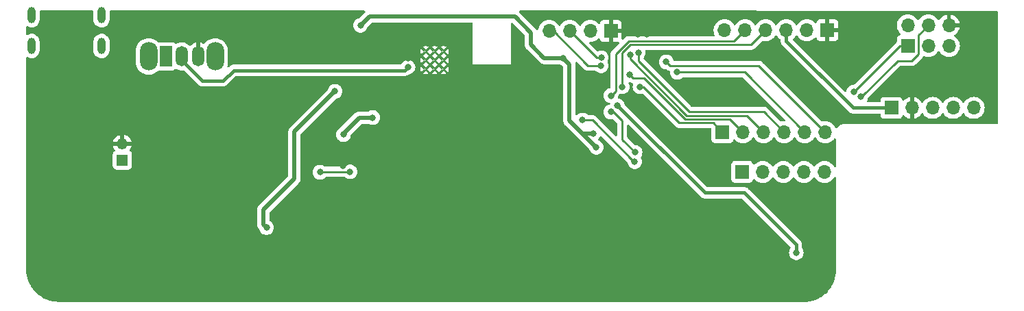
<source format=gbr>
%TF.GenerationSoftware,KiCad,Pcbnew,7.0.10*%
%TF.CreationDate,2024-11-03T00:17:19-07:00*%
%TF.ProjectId,winston-pomodoro-timer,77696e73-746f-46e2-9d70-6f6d6f646f72,rev?*%
%TF.SameCoordinates,Original*%
%TF.FileFunction,Copper,L2,Bot*%
%TF.FilePolarity,Positive*%
%FSLAX46Y46*%
G04 Gerber Fmt 4.6, Leading zero omitted, Abs format (unit mm)*
G04 Created by KiCad (PCBNEW 7.0.10) date 2024-11-03 00:17:19*
%MOMM*%
%LPD*%
G01*
G04 APERTURE LIST*
%TA.AperFunction,ComponentPad*%
%ADD10C,0.300000*%
%TD*%
%TA.AperFunction,ComponentPad*%
%ADD11R,1.700000X1.700000*%
%TD*%
%TA.AperFunction,ComponentPad*%
%ADD12O,1.700000X1.700000*%
%TD*%
%TA.AperFunction,ComponentPad*%
%ADD13O,2.200000X3.500000*%
%TD*%
%TA.AperFunction,ComponentPad*%
%ADD14R,1.500000X2.500000*%
%TD*%
%TA.AperFunction,ComponentPad*%
%ADD15O,1.500000X2.500000*%
%TD*%
%TA.AperFunction,ComponentPad*%
%ADD16R,1.350000X1.350000*%
%TD*%
%TA.AperFunction,ComponentPad*%
%ADD17O,1.350000X1.350000*%
%TD*%
%TA.AperFunction,ComponentPad*%
%ADD18O,1.000000X2.000000*%
%TD*%
%TA.AperFunction,ViaPad*%
%ADD19C,0.800000*%
%TD*%
%TA.AperFunction,Conductor*%
%ADD20C,0.508000*%
%TD*%
%TA.AperFunction,Conductor*%
%ADD21C,0.381000*%
%TD*%
%TA.AperFunction,Conductor*%
%ADD22C,0.250000*%
%TD*%
%TA.AperFunction,Conductor*%
%ADD23C,0.254000*%
%TD*%
G04 APERTURE END LIST*
D10*
%TO.P,U3,18*%
%TO.N,GND*%
X170550000Y-70199998D03*
%TO.P,U3,19*%
X169450000Y-70199998D03*
%TO.P,U3,20*%
X168350000Y-70199998D03*
%TO.P,U3,21*%
X170550000Y-69099998D03*
%TO.P,U3,22*%
X169450000Y-69099998D03*
%TO.P,U3,23*%
X168350000Y-69099998D03*
%TO.P,U3,24*%
X170550000Y-67999998D03*
%TO.P,U3,25*%
X169450000Y-67999998D03*
%TO.P,U3,26*%
X168350000Y-67999998D03*
%TD*%
D11*
%TO.P,J1,1,Pin_1*%
%TO.N,+5V*%
X225840000Y-75000000D03*
D12*
%TO.P,J1,2,Pin_2*%
%TO.N,GND*%
X228380000Y-75000000D03*
%TO.P,J1,3,Pin_3*%
%TO.N,/DAT*%
X230920000Y-75000000D03*
%TO.P,J1,4,Pin_4*%
%TO.N,/CLK*%
X233460000Y-75000000D03*
%TO.P,J1,5,Pin_5*%
%TO.N,/SWT*%
X236000000Y-75000000D03*
%TD*%
D13*
%TO.P,SW2,*%
%TO.N,*%
X134150000Y-68650000D03*
X142350000Y-68650000D03*
D14*
%TO.P,SW2,1,A*%
%TO.N,/BAT_V_OUT*%
X136250000Y-68650000D03*
D15*
%TO.P,SW2,2,B*%
%TO.N,/Boost_EN*%
X138250000Y-68650000D03*
%TO.P,SW2,3,C*%
%TO.N,GND*%
X140250000Y-68650000D03*
%TD*%
D16*
%TO.P,J3,1,Pin_1*%
%TO.N,/+V_BAT*%
X130900000Y-81450000D03*
D17*
%TO.P,J3,2,Pin_2*%
%TO.N,GND*%
X130900000Y-79450000D03*
%TD*%
D11*
%TO.P,ICSP1,1,Pin_1*%
%TO.N,/MISO*%
X227860000Y-67340000D03*
D12*
%TO.P,ICSP1,2,Pin_2*%
%TO.N,+5V*%
X227860000Y-64800000D03*
%TO.P,ICSP1,3,Pin_3*%
%TO.N,/SCK*%
X230400000Y-67340000D03*
%TO.P,ICSP1,4,Pin_4*%
%TO.N,/MOSI*%
X230400000Y-64800000D03*
%TO.P,ICSP1,5,Pin_5*%
%TO.N,/RST*%
X232940000Y-67340000D03*
%TO.P,ICSP1,6,Pin_6*%
%TO.N,GND*%
X232940000Y-64800000D03*
%TD*%
D11*
%TO.P,J5,1,Pin_1*%
%TO.N,/A0*%
X204980000Y-78000000D03*
D12*
%TO.P,J5,2,Pin_2*%
%TO.N,/A1*%
X207520000Y-78000000D03*
%TO.P,J5,3,Pin_3*%
%TO.N,/A2*%
X210060000Y-78000000D03*
%TO.P,J5,4,Pin_4*%
%TO.N,/A3*%
X212600000Y-78000000D03*
%TO.P,J5,5,Pin_5*%
%TO.N,/A6*%
X215140000Y-78000000D03*
%TO.P,J5,6,Pin_6*%
%TO.N,/A7*%
X217680000Y-78000000D03*
%TD*%
D11*
%TO.P,J2,1,Pin_1*%
%TO.N,/D3*%
X207425000Y-82900000D03*
D12*
%TO.P,J2,2,Pin_2*%
%TO.N,/D4*%
X209965000Y-82900000D03*
%TO.P,J2,3,Pin_3*%
%TO.N,/D5*%
X212505000Y-82900000D03*
%TO.P,J2,4,Pin_4*%
%TO.N,/D6*%
X215045000Y-82900000D03*
%TO.P,J2,5,Pin_5*%
%TO.N,/D7*%
X217585000Y-82900000D03*
%TD*%
D11*
%TO.P,FTDI-Header1,1,Pin_1*%
%TO.N,GND*%
X217940000Y-65400000D03*
D12*
%TO.P,FTDI-Header1,2,Pin_2*%
%TO.N,/FTDI-CTS*%
X215400000Y-65400000D03*
%TO.P,FTDI-Header1,3,Pin_3*%
%TO.N,+5V*%
X212860000Y-65400000D03*
%TO.P,FTDI-Header1,4,Pin_4*%
%TO.N,/FTDI-TX*%
X210320000Y-65400000D03*
%TO.P,FTDI-Header1,5,Pin_5*%
%TO.N,/FTDI-RX*%
X207780000Y-65400000D03*
%TO.P,FTDI-Header1,6,Pin_6*%
%TO.N,Net-(FTDI-Header1-Pin_6)*%
X205240000Y-65400000D03*
%TD*%
D11*
%TO.P,J4,1,Pin_1*%
%TO.N,GND*%
X191200000Y-65500000D03*
D12*
%TO.P,J4,2,Pin_2*%
%TO.N,+5V*%
X188660000Y-65500000D03*
%TO.P,J4,3,Pin_3*%
%TO.N,/SDA*%
X186120000Y-65500000D03*
%TO.P,J4,4,Pin_4*%
%TO.N,/SCL*%
X183580000Y-65500000D03*
%TD*%
D18*
%TO.P,J6,S1,SHIELD*%
%TO.N,Net-(J6-SHIELD-PadS1)*%
X128320000Y-67350000D03*
%TO.P,J6,S2,SHIELD*%
X119680000Y-67350000D03*
%TO.P,J6,S3,SHIELD*%
X128320000Y-63550000D03*
%TO.P,J6,S4,SHIELD*%
X119680000Y-63550000D03*
%TD*%
D19*
%TO.N,GND*%
X149050000Y-80050000D03*
X219939340Y-69132843D03*
X173400000Y-80600000D03*
X194489340Y-84632843D03*
X235850000Y-65050000D03*
X174350000Y-81150000D03*
X199800000Y-68450000D03*
X159300000Y-74750000D03*
X194772183Y-83572183D03*
X150100000Y-75100000D03*
X198700000Y-96600000D03*
X126200000Y-80100000D03*
X173400000Y-79550000D03*
X181600000Y-64300000D03*
X187400000Y-81800000D03*
X195000000Y-65000000D03*
X148500000Y-79100000D03*
X219196878Y-68390381D03*
X150550000Y-87550000D03*
X150100000Y-74000000D03*
X158522183Y-75527817D03*
X147300000Y-83950000D03*
X180150000Y-67200000D03*
X158800000Y-96500000D03*
X163050000Y-71750000D03*
X169200000Y-96500000D03*
X148900000Y-83000000D03*
X235850000Y-67200000D03*
X180150000Y-66150000D03*
X125250000Y-78500000D03*
X188700000Y-96600000D03*
X150100000Y-72950000D03*
X126200000Y-79000000D03*
X220717157Y-69910660D03*
X159900000Y-79600000D03*
X187400000Y-79700000D03*
X148800000Y-96500000D03*
X150000000Y-66400000D03*
X221000000Y-68850000D03*
X148350000Y-83950000D03*
X141650000Y-87750000D03*
X151050000Y-73450000D03*
X129100000Y-96700000D03*
X166216288Y-68851998D03*
X147400000Y-79100002D03*
X180150000Y-68300000D03*
X170750000Y-65800000D03*
X158239340Y-74467157D03*
X149550000Y-79100000D03*
X195550000Y-84350000D03*
X159550000Y-87350000D03*
X159900000Y-80550000D03*
X195600000Y-65900000D03*
X125250000Y-79550000D03*
X220222183Y-68072183D03*
X163850000Y-68950000D03*
X158150000Y-82150000D03*
X174350000Y-80050000D03*
X125250000Y-80650000D03*
X193746878Y-83890381D03*
X195267157Y-85410660D03*
X173400000Y-81700000D03*
X138900000Y-96700000D03*
X150950000Y-66950000D03*
X157461523Y-75244975D03*
X236800000Y-65550000D03*
X161050000Y-87350000D03*
X149449999Y-83950000D03*
X150000000Y-65350000D03*
X150000000Y-67500000D03*
X150950000Y-65850000D03*
X208800000Y-96500000D03*
X180822183Y-63522183D03*
X194000000Y-65000000D03*
X147800000Y-83000000D03*
X121300000Y-65300000D03*
X158981802Y-73724695D03*
X161750000Y-77900000D03*
X152200000Y-87600000D03*
X179100000Y-96500000D03*
X236800000Y-66650000D03*
X139800000Y-87750000D03*
X147950000Y-80050000D03*
X151050000Y-74550000D03*
X235850000Y-66100000D03*
X194500000Y-65900000D03*
X126700000Y-65250000D03*
X163100000Y-73300000D03*
%TO.N,+5V*%
X185330000Y-68830000D03*
X189000000Y-78200000D03*
X160300000Y-64800000D03*
X148700000Y-89800000D03*
X189400000Y-79875000D03*
X157150000Y-72950000D03*
%TO.N,/D2*%
X192000000Y-74700000D03*
X214100000Y-92900000D03*
%TO.N,/FTDI-TX*%
X192600000Y-72400000D03*
%TO.N,/FTDI-RX*%
X191200000Y-73487779D03*
%TO.N,/MISO*%
X221200000Y-73025000D03*
%TO.N,/MOSI*%
X222047830Y-73624035D03*
%TO.N,/A6*%
X199400000Y-70600000D03*
%TO.N,/A7*%
X198049847Y-69324847D03*
%TO.N,/A0*%
X194800000Y-72400000D03*
%TO.N,/A1*%
X193533706Y-70885778D03*
%TO.N,/A2*%
X193600000Y-68400000D03*
%TO.N,/A3*%
X194600000Y-68200000D03*
%TO.N,/SDA*%
X190023662Y-68800277D03*
%TO.N,/SCL*%
X190000000Y-69800000D03*
%TO.N,/D3*%
X187720101Y-76520101D03*
X194150000Y-81650000D03*
%TO.N,/D4*%
X194200000Y-80500000D03*
X191200000Y-75500000D03*
%TO.N,/BAT_V_OUT*%
X161793327Y-76200000D03*
X158200000Y-78300000D03*
%TO.N,Net-(U2-ISET)*%
X155300000Y-82950000D03*
X159000000Y-82900000D03*
%TO.N,/Boost_EN*%
X166162479Y-69975781D03*
%TD*%
D20*
%TO.N,+5V*%
X181350000Y-65700000D02*
X181350000Y-67200000D01*
X148300000Y-87596130D02*
X148300000Y-89400000D01*
X182980000Y-68830000D02*
X185330000Y-68830000D01*
X179350000Y-63700000D02*
X181350000Y-65700000D01*
X189000000Y-78200000D02*
X187717936Y-78200000D01*
X189392936Y-79875000D02*
X187408968Y-77891032D01*
X187408968Y-77891032D02*
X186100000Y-76582064D01*
X152150000Y-83746130D02*
X148300000Y-87596130D01*
D21*
X225840000Y-75000000D02*
X221100000Y-75000000D01*
X187717936Y-78200000D02*
X187408968Y-77891032D01*
D20*
X186100000Y-69600000D02*
X185330000Y-68830000D01*
D21*
X221100000Y-75000000D02*
X212860000Y-66760000D01*
D20*
X181350000Y-67200000D02*
X182980000Y-68830000D01*
X161400000Y-63700000D02*
X179350000Y-63700000D01*
X148300000Y-89400000D02*
X148700000Y-89800000D01*
X157150000Y-72950000D02*
X152150000Y-77950000D01*
D21*
X189400000Y-79875000D02*
X189392936Y-79875000D01*
D20*
X186100000Y-76582064D02*
X186100000Y-69600000D01*
D21*
X212860000Y-66760000D02*
X212860000Y-65400000D01*
D20*
X152150000Y-77950000D02*
X152150000Y-83746130D01*
X160300000Y-64800000D02*
X161400000Y-63700000D01*
D21*
%TO.N,/D2*%
X207700000Y-85500000D02*
X202800000Y-85500000D01*
X214100000Y-92900000D02*
X214100000Y-91900000D01*
X202800000Y-85500000D02*
X192000000Y-74700000D01*
X214100000Y-91900000D02*
X207700000Y-85500000D01*
D22*
%TO.N,/FTDI-TX*%
X193600000Y-67200000D02*
X208520000Y-67200000D01*
X192600000Y-68200000D02*
X193600000Y-67200000D01*
X208520000Y-67200000D02*
X210320000Y-65400000D01*
X192600000Y-72400000D02*
X192600000Y-68200000D01*
%TO.N,/FTDI-RX*%
X191200000Y-73487779D02*
X191800000Y-72887779D01*
X193413604Y-66750000D02*
X206430000Y-66750000D01*
X191800000Y-68363604D02*
X193413604Y-66750000D01*
X191800000Y-72887779D02*
X191800000Y-68363604D01*
X206430000Y-66750000D02*
X207780000Y-65400000D01*
%TO.N,/MISO*%
X226885000Y-67340000D02*
X227860000Y-67340000D01*
X221200000Y-73025000D02*
X226885000Y-67340000D01*
%TO.N,/MOSI*%
X228350000Y-69200000D02*
X229200000Y-68350000D01*
X222175965Y-73624035D02*
X226600000Y-69200000D01*
X229200000Y-68350000D02*
X229200000Y-66000000D01*
X222047830Y-73624035D02*
X222175965Y-73624035D01*
X229200000Y-66000000D02*
X230400000Y-64800000D01*
X226600000Y-69200000D02*
X228350000Y-69200000D01*
%TO.N,/A6*%
X199400000Y-70600000D02*
X207740000Y-70600000D01*
X207740000Y-70600000D02*
X215140000Y-78000000D01*
%TO.N,/A7*%
X198525000Y-69800000D02*
X209480000Y-69800000D01*
X198049847Y-69324847D02*
X198525000Y-69800000D01*
X209480000Y-69800000D02*
X217680000Y-78000000D01*
%TO.N,/A0*%
X199650000Y-76850000D02*
X203830000Y-76850000D01*
X194800000Y-72400000D02*
X195200000Y-72400000D01*
X203830000Y-76850000D02*
X204980000Y-78000000D01*
X195200000Y-72400000D02*
X199650000Y-76850000D01*
%TO.N,/A1*%
X200400000Y-76400000D02*
X205920000Y-76400000D01*
X205920000Y-76400000D02*
X207520000Y-78000000D01*
X195325000Y-71325000D02*
X200400000Y-76400000D01*
X193972928Y-71325000D02*
X195325000Y-71325000D01*
X193533706Y-70885778D02*
X193972928Y-71325000D01*
%TO.N,/A2*%
X193600000Y-68963604D02*
X200586396Y-75950000D01*
X208010000Y-75950000D02*
X210060000Y-78000000D01*
X200586396Y-75950000D02*
X208010000Y-75950000D01*
X193600000Y-68400000D02*
X193600000Y-68963604D01*
%TO.N,/A3*%
X200900000Y-75500000D02*
X210100000Y-75500000D01*
X194600000Y-68200000D02*
X194600000Y-69200000D01*
X210100000Y-75500000D02*
X212600000Y-78000000D01*
X194600000Y-69200000D02*
X200900000Y-75500000D01*
%TO.N,/SDA*%
X190023662Y-68800277D02*
X189420277Y-68800277D01*
X189420277Y-68800277D02*
X186120000Y-65500000D01*
%TO.N,/SCL*%
X183580000Y-65500000D02*
X184100000Y-65500000D01*
X188400000Y-69800000D02*
X190000000Y-69800000D01*
X184100000Y-65500000D02*
X188400000Y-69800000D01*
%TO.N,/D3*%
X194150000Y-81650000D02*
X194050000Y-81650000D01*
X188920101Y-76520101D02*
X187720101Y-76520101D01*
X194050000Y-81650000D02*
X188920101Y-76520101D01*
%TO.N,/D4*%
X192600000Y-76600000D02*
X191500000Y-75500000D01*
X191500000Y-75500000D02*
X191200000Y-75500000D01*
X192600000Y-78900000D02*
X192600000Y-76600000D01*
X194200000Y-80500000D02*
X192600000Y-78900000D01*
D23*
%TO.N,/BAT_V_OUT*%
X158200000Y-78150000D02*
X158200000Y-78300000D01*
D20*
X160150000Y-76200000D02*
X158200000Y-78150000D01*
X161793327Y-76200000D02*
X160150000Y-76200000D01*
D23*
%TO.N,Net-(U2-ISET)*%
X155350000Y-82900000D02*
X155300000Y-82950000D01*
X159000000Y-82900000D02*
X155350000Y-82900000D01*
D21*
%TO.N,/Boost_EN*%
X166162479Y-69975781D02*
X165788260Y-70350000D01*
X165788260Y-70350000D02*
X144650000Y-70350000D01*
X140750000Y-71650000D02*
X138250000Y-69150000D01*
X138250000Y-69150000D02*
X138250000Y-68650000D01*
X143350000Y-71650000D02*
X140750000Y-71650000D01*
X144650000Y-70350000D02*
X143350000Y-71650000D01*
%TD*%
%TA.AperFunction,Conductor*%
%TO.N,GND*%
G36*
X127195551Y-62954268D02*
G01*
X127262582Y-62973980D01*
X127308315Y-63026803D01*
X127319500Y-63078268D01*
X127319500Y-64100743D01*
X127334925Y-64252439D01*
X127395837Y-64446579D01*
X127395844Y-64446594D01*
X127494589Y-64624499D01*
X127494592Y-64624504D01*
X127627132Y-64778893D01*
X127627134Y-64778895D01*
X127788037Y-64903445D01*
X127788038Y-64903445D01*
X127788042Y-64903448D01*
X127970729Y-64993060D01*
X128167715Y-65044063D01*
X128370936Y-65054369D01*
X128572071Y-65023556D01*
X128762887Y-64952886D01*
X128935571Y-64845252D01*
X129083053Y-64705059D01*
X129199295Y-64538049D01*
X129279540Y-64351058D01*
X129320500Y-64151741D01*
X129320500Y-63079189D01*
X129340185Y-63012150D01*
X129392989Y-62966395D01*
X129444547Y-62955189D01*
X160765637Y-62968026D01*
X160832668Y-62987738D01*
X160878401Y-63040561D01*
X160888317Y-63109723D01*
X160859266Y-63173267D01*
X160853267Y-63179707D01*
X160140046Y-63892928D01*
X160078723Y-63926413D01*
X160078148Y-63926537D01*
X160020195Y-63938856D01*
X160020192Y-63938857D01*
X159847270Y-64015848D01*
X159847265Y-64015851D01*
X159694129Y-64127111D01*
X159567466Y-64267785D01*
X159472821Y-64431715D01*
X159472818Y-64431722D01*
X159417436Y-64602172D01*
X159414326Y-64611744D01*
X159394540Y-64800000D01*
X159414326Y-64988256D01*
X159414327Y-64988259D01*
X159472818Y-65168277D01*
X159472821Y-65168284D01*
X159567467Y-65332216D01*
X159688026Y-65466110D01*
X159694129Y-65472888D01*
X159847265Y-65584148D01*
X159847270Y-65584151D01*
X160020192Y-65661142D01*
X160020197Y-65661144D01*
X160205354Y-65700500D01*
X160205355Y-65700500D01*
X160394644Y-65700500D01*
X160394646Y-65700500D01*
X160579803Y-65661144D01*
X160752730Y-65584151D01*
X160905871Y-65472888D01*
X161032533Y-65332216D01*
X161127179Y-65168284D01*
X161179799Y-65006335D01*
X161210046Y-64956976D01*
X161676205Y-64490819D01*
X161737528Y-64457334D01*
X161763886Y-64454500D01*
X174026000Y-64454500D01*
X174093039Y-64474185D01*
X174138794Y-64526989D01*
X174150000Y-64578500D01*
X174150000Y-69650000D01*
X178850000Y-69650000D01*
X178850000Y-64578500D01*
X178869685Y-64511461D01*
X178922489Y-64465706D01*
X178974000Y-64454500D01*
X178986114Y-64454500D01*
X179053153Y-64474185D01*
X179073795Y-64490819D01*
X180559181Y-65976205D01*
X180592666Y-66037528D01*
X180595500Y-66063886D01*
X180595500Y-67136000D01*
X180594191Y-67153969D01*
X180590684Y-67177908D01*
X180595028Y-67227545D01*
X180595500Y-67238354D01*
X180595500Y-67243946D01*
X180599116Y-67274885D01*
X180599482Y-67278470D01*
X180606056Y-67353610D01*
X180607516Y-67360677D01*
X180607464Y-67360687D01*
X180609123Y-67368167D01*
X180609174Y-67368155D01*
X180610840Y-67375185D01*
X180636621Y-67446020D01*
X180637804Y-67449423D01*
X180661533Y-67521029D01*
X180664586Y-67527575D01*
X180664536Y-67527598D01*
X180667876Y-67534497D01*
X180667925Y-67534473D01*
X180671167Y-67540930D01*
X180712613Y-67603946D01*
X180714550Y-67606986D01*
X180754131Y-67671156D01*
X180758611Y-67676822D01*
X180758569Y-67676855D01*
X180763401Y-67682786D01*
X180763443Y-67682752D01*
X180768088Y-67688288D01*
X180822938Y-67740036D01*
X180825525Y-67742549D01*
X182401234Y-69318258D01*
X182413016Y-69331891D01*
X182426040Y-69349386D01*
X182427461Y-69351294D01*
X182465638Y-69383328D01*
X182473614Y-69390638D01*
X182477554Y-69394579D01*
X182477558Y-69394582D01*
X182477559Y-69394583D01*
X182482625Y-69398589D01*
X182502010Y-69413916D01*
X182504807Y-69416195D01*
X182562572Y-69464667D01*
X182568609Y-69468637D01*
X182568579Y-69468682D01*
X182575038Y-69472796D01*
X182575067Y-69472750D01*
X182581207Y-69476537D01*
X182581209Y-69476539D01*
X182649557Y-69508410D01*
X182652775Y-69509968D01*
X182720187Y-69543823D01*
X182720189Y-69543824D01*
X182720191Y-69543824D01*
X182726979Y-69546295D01*
X182726960Y-69546347D01*
X182734185Y-69548858D01*
X182734203Y-69548807D01*
X182741055Y-69551077D01*
X182741056Y-69551077D01*
X182741060Y-69551079D01*
X182815003Y-69566346D01*
X182818410Y-69567102D01*
X182891812Y-69584500D01*
X182891815Y-69584500D01*
X182898986Y-69585339D01*
X182898979Y-69585392D01*
X182906594Y-69586170D01*
X182906599Y-69586117D01*
X182913789Y-69586746D01*
X182913793Y-69586745D01*
X182913794Y-69586746D01*
X182975827Y-69584940D01*
X182989196Y-69584552D01*
X182992802Y-69584500D01*
X184796169Y-69584500D01*
X184863208Y-69604185D01*
X184869056Y-69608183D01*
X184877269Y-69614150D01*
X184877270Y-69614151D01*
X185050191Y-69691142D01*
X185050193Y-69691142D01*
X185050197Y-69691144D01*
X185108148Y-69703461D01*
X185169627Y-69736653D01*
X185170046Y-69737070D01*
X185309181Y-69876205D01*
X185342666Y-69937528D01*
X185345500Y-69963886D01*
X185345500Y-76518064D01*
X185344191Y-76536033D01*
X185340684Y-76559972D01*
X185345028Y-76609609D01*
X185345500Y-76620418D01*
X185345500Y-76626010D01*
X185349116Y-76656949D01*
X185349482Y-76660534D01*
X185356056Y-76735674D01*
X185357516Y-76742741D01*
X185357464Y-76742751D01*
X185359123Y-76750231D01*
X185359174Y-76750219D01*
X185360840Y-76757249D01*
X185386621Y-76828084D01*
X185387804Y-76831487D01*
X185411533Y-76903093D01*
X185414586Y-76909639D01*
X185414536Y-76909662D01*
X185417876Y-76916561D01*
X185417925Y-76916537D01*
X185421167Y-76922994D01*
X185462613Y-76986010D01*
X185464550Y-76989050D01*
X185504131Y-77053220D01*
X185508611Y-77058886D01*
X185508569Y-77058919D01*
X185513401Y-77064850D01*
X185513443Y-77064816D01*
X185518088Y-77070352D01*
X185572938Y-77122100D01*
X185575525Y-77124613D01*
X187139170Y-78688258D01*
X187150952Y-78701891D01*
X187165397Y-78721294D01*
X187203570Y-78753325D01*
X187211545Y-78760633D01*
X188493351Y-80042439D01*
X188523601Y-80091802D01*
X188572818Y-80243277D01*
X188572821Y-80243284D01*
X188667467Y-80407216D01*
X188780421Y-80532664D01*
X188794129Y-80547888D01*
X188947265Y-80659148D01*
X188947270Y-80659151D01*
X189120192Y-80736142D01*
X189120197Y-80736144D01*
X189305354Y-80775500D01*
X189305355Y-80775500D01*
X189494644Y-80775500D01*
X189494646Y-80775500D01*
X189679803Y-80736144D01*
X189852730Y-80659151D01*
X190005871Y-80547888D01*
X190132533Y-80407216D01*
X190227179Y-80243284D01*
X190285674Y-80063256D01*
X190305460Y-79875000D01*
X190285674Y-79686744D01*
X190227179Y-79506716D01*
X190132533Y-79342784D01*
X190005871Y-79202112D01*
X190005870Y-79202111D01*
X189852734Y-79090851D01*
X189852729Y-79090848D01*
X189692337Y-79019436D01*
X189639100Y-78974186D01*
X189618779Y-78907336D01*
X189637825Y-78840113D01*
X189650619Y-78823189D01*
X189732533Y-78732216D01*
X189827179Y-78568284D01*
X189827552Y-78567134D01*
X189827948Y-78566554D01*
X189829825Y-78562341D01*
X189830594Y-78562683D01*
X189866979Y-78509457D01*
X189931334Y-78482249D01*
X190000182Y-78494153D01*
X190033168Y-78517758D01*
X193222783Y-81707373D01*
X193256268Y-81768696D01*
X193258422Y-81782086D01*
X193264326Y-81838256D01*
X193264327Y-81838258D01*
X193264327Y-81838260D01*
X193322818Y-82018277D01*
X193322821Y-82018284D01*
X193417467Y-82182216D01*
X193524655Y-82301260D01*
X193544129Y-82322888D01*
X193697265Y-82434148D01*
X193697270Y-82434151D01*
X193870192Y-82511142D01*
X193870197Y-82511144D01*
X194055354Y-82550500D01*
X194055355Y-82550500D01*
X194244644Y-82550500D01*
X194244646Y-82550500D01*
X194429803Y-82511144D01*
X194602730Y-82434151D01*
X194755871Y-82322888D01*
X194882533Y-82182216D01*
X194977179Y-82018284D01*
X195035674Y-81838256D01*
X195055460Y-81650000D01*
X195035674Y-81461744D01*
X194977179Y-81281716D01*
X194917010Y-81177500D01*
X194900538Y-81109603D01*
X194923390Y-81043576D01*
X194932251Y-81032528D01*
X194932533Y-81032216D01*
X195027179Y-80868284D01*
X195085674Y-80688256D01*
X195105460Y-80500000D01*
X195085674Y-80311744D01*
X195027179Y-80131716D01*
X194932533Y-79967784D01*
X194805871Y-79827112D01*
X194737780Y-79777641D01*
X194652734Y-79715851D01*
X194652729Y-79715848D01*
X194479807Y-79638857D01*
X194479802Y-79638855D01*
X194334001Y-79607865D01*
X194294646Y-79599500D01*
X194294645Y-79599500D01*
X194235452Y-79599500D01*
X194168413Y-79579815D01*
X194147771Y-79563181D01*
X193261819Y-78677228D01*
X193228334Y-78615905D01*
X193225500Y-78589547D01*
X193225500Y-77202084D01*
X193245185Y-77135045D01*
X193297989Y-77089290D01*
X193367147Y-77079346D01*
X193430703Y-77108371D01*
X193437181Y-77114403D01*
X202293979Y-85971201D01*
X202299099Y-85976639D01*
X202338417Y-86021020D01*
X202387214Y-86054703D01*
X202393233Y-86059132D01*
X202439894Y-86095688D01*
X202448865Y-86099725D01*
X202468420Y-86110754D01*
X202476518Y-86116344D01*
X202531942Y-86137363D01*
X202538840Y-86140220D01*
X202592915Y-86164557D01*
X202602596Y-86166331D01*
X202624218Y-86172359D01*
X202633416Y-86175847D01*
X202633417Y-86175848D01*
X202641982Y-86176887D01*
X202692276Y-86182994D01*
X202699652Y-86184117D01*
X202757971Y-86194805D01*
X202817138Y-86191226D01*
X202824625Y-86191000D01*
X207362416Y-86191000D01*
X207429455Y-86210685D01*
X207450097Y-86227319D01*
X213372681Y-92149902D01*
X213406166Y-92211225D01*
X213409000Y-92237583D01*
X213409000Y-92274057D01*
X213389315Y-92341096D01*
X213377153Y-92357026D01*
X213367466Y-92367785D01*
X213272821Y-92531715D01*
X213272818Y-92531722D01*
X213214327Y-92711740D01*
X213214326Y-92711744D01*
X213194540Y-92900000D01*
X213214326Y-93088256D01*
X213214327Y-93088259D01*
X213272818Y-93268277D01*
X213272821Y-93268284D01*
X213367467Y-93432216D01*
X213494129Y-93572888D01*
X213647265Y-93684148D01*
X213647270Y-93684151D01*
X213820192Y-93761142D01*
X213820197Y-93761144D01*
X214005354Y-93800500D01*
X214005355Y-93800500D01*
X214194644Y-93800500D01*
X214194646Y-93800500D01*
X214379803Y-93761144D01*
X214552730Y-93684151D01*
X214705871Y-93572888D01*
X214832533Y-93432216D01*
X214927179Y-93268284D01*
X214985674Y-93088256D01*
X215005460Y-92900000D01*
X214985674Y-92711744D01*
X214927179Y-92531716D01*
X214832533Y-92367784D01*
X214826566Y-92361157D01*
X214822847Y-92357026D01*
X214792620Y-92294034D01*
X214791000Y-92274057D01*
X214791000Y-91924625D01*
X214791226Y-91917138D01*
X214794805Y-91857972D01*
X214784114Y-91799636D01*
X214782991Y-91792253D01*
X214775848Y-91733418D01*
X214772359Y-91724218D01*
X214766331Y-91702596D01*
X214764557Y-91692915D01*
X214740221Y-91638842D01*
X214737362Y-91631938D01*
X214716346Y-91576522D01*
X214716345Y-91576520D01*
X214716344Y-91576518D01*
X214710748Y-91568411D01*
X214699725Y-91548866D01*
X214695688Y-91539895D01*
X214659134Y-91493238D01*
X214654699Y-91487211D01*
X214621020Y-91438417D01*
X214576630Y-91399091D01*
X214571192Y-91393971D01*
X208206027Y-85028805D01*
X208200893Y-85023351D01*
X208161583Y-84978980D01*
X208112792Y-84945302D01*
X208106760Y-84940863D01*
X208060108Y-84904314D01*
X208060099Y-84904308D01*
X208051134Y-84900274D01*
X208031586Y-84889250D01*
X208023482Y-84883656D01*
X208023478Y-84883653D01*
X207968061Y-84862636D01*
X207961144Y-84859772D01*
X207907081Y-84835441D01*
X207907082Y-84835441D01*
X207897395Y-84833666D01*
X207875792Y-84827644D01*
X207866582Y-84824152D01*
X207807735Y-84817006D01*
X207800333Y-84815879D01*
X207742030Y-84805195D01*
X207742025Y-84805195D01*
X207682861Y-84808774D01*
X207675374Y-84809000D01*
X203137584Y-84809000D01*
X203070545Y-84789315D01*
X203049903Y-84772681D01*
X192928081Y-74650859D01*
X192894596Y-74589536D01*
X192892441Y-74576137D01*
X192888259Y-74536344D01*
X192885674Y-74511744D01*
X192837986Y-74364977D01*
X192827181Y-74331721D01*
X192827178Y-74331715D01*
X192817294Y-74314595D01*
X192732533Y-74167784D01*
X192605871Y-74027112D01*
X192605870Y-74027111D01*
X192452734Y-73915851D01*
X192452729Y-73915848D01*
X192279807Y-73838857D01*
X192279802Y-73838855D01*
X192182242Y-73818119D01*
X192120760Y-73784927D01*
X192086984Y-73723764D01*
X192086799Y-73682687D01*
X192084994Y-73682498D01*
X192085672Y-73676038D01*
X192085674Y-73676035D01*
X192103321Y-73508123D01*
X192129904Y-73443513D01*
X192138951Y-73433417D01*
X192183788Y-73388580D01*
X192196042Y-73378765D01*
X192195859Y-73378543D01*
X192201868Y-73373570D01*
X192201877Y-73373565D01*
X192247949Y-73324501D01*
X192250563Y-73321805D01*
X192265195Y-73307174D01*
X192326518Y-73273692D01*
X192378653Y-73273569D01*
X192505354Y-73300500D01*
X192505355Y-73300500D01*
X192694644Y-73300500D01*
X192694646Y-73300500D01*
X192879803Y-73261144D01*
X193052730Y-73184151D01*
X193205871Y-73072888D01*
X193332533Y-72932216D01*
X193427179Y-72768284D01*
X193485674Y-72588256D01*
X193505460Y-72400000D01*
X193485674Y-72211744D01*
X193427179Y-72031716D01*
X193392861Y-71972276D01*
X193376389Y-71904378D01*
X193399241Y-71838351D01*
X193454163Y-71795160D01*
X193500249Y-71786278D01*
X193501301Y-71786278D01*
X193568340Y-71805963D01*
X193586183Y-71819885D01*
X193602337Y-71835054D01*
X193602346Y-71835062D01*
X193602350Y-71835064D01*
X193619901Y-71844713D01*
X193636159Y-71855392D01*
X193651992Y-71867674D01*
X193687338Y-71882968D01*
X193692083Y-71885022D01*
X193702563Y-71890155D01*
X193740836Y-71911197D01*
X193760240Y-71916179D01*
X193778638Y-71922478D01*
X193797033Y-71930438D01*
X193840182Y-71937271D01*
X193851597Y-71939635D01*
X193863206Y-71942616D01*
X193923242Y-71978354D01*
X193954426Y-72040878D01*
X193950296Y-72101036D01*
X193914327Y-72211739D01*
X193914327Y-72211740D01*
X193914326Y-72211744D01*
X193894540Y-72400000D01*
X193914326Y-72588256D01*
X193914327Y-72588259D01*
X193972818Y-72768277D01*
X193972821Y-72768284D01*
X194067467Y-72932216D01*
X194171486Y-73047740D01*
X194194129Y-73072888D01*
X194347265Y-73184148D01*
X194347270Y-73184151D01*
X194520192Y-73261142D01*
X194520197Y-73261144D01*
X194705354Y-73300500D01*
X194705355Y-73300500D01*
X194894644Y-73300500D01*
X194894646Y-73300500D01*
X195079803Y-73261144D01*
X195079808Y-73261141D01*
X195080553Y-73260900D01*
X195081013Y-73260886D01*
X195086160Y-73259793D01*
X195086359Y-73260733D01*
X195150394Y-73258901D01*
X195206558Y-73291148D01*
X199149197Y-77233788D01*
X199159022Y-77246051D01*
X199159243Y-77245869D01*
X199164211Y-77251874D01*
X199164213Y-77251876D01*
X199164214Y-77251877D01*
X199170078Y-77257384D01*
X199213222Y-77297899D01*
X199216021Y-77300612D01*
X199235522Y-77320114D01*
X199235526Y-77320117D01*
X199235529Y-77320120D01*
X199238702Y-77322581D01*
X199247574Y-77330159D01*
X199279418Y-77360062D01*
X199296976Y-77369714D01*
X199313235Y-77380395D01*
X199329064Y-77392673D01*
X199369155Y-77410021D01*
X199379626Y-77415151D01*
X199402180Y-77427550D01*
X199417902Y-77436194D01*
X199417904Y-77436195D01*
X199417908Y-77436197D01*
X199437316Y-77441180D01*
X199455717Y-77447480D01*
X199455892Y-77447556D01*
X199474101Y-77455436D01*
X199474102Y-77455436D01*
X199474104Y-77455437D01*
X199517250Y-77462270D01*
X199528672Y-77464636D01*
X199570981Y-77475500D01*
X199591016Y-77475500D01*
X199610414Y-77477026D01*
X199630194Y-77480159D01*
X199630195Y-77480160D01*
X199630195Y-77480159D01*
X199630196Y-77480160D01*
X199673675Y-77476050D01*
X199685344Y-77475500D01*
X203505500Y-77475500D01*
X203572539Y-77495185D01*
X203618294Y-77547989D01*
X203629500Y-77599500D01*
X203629500Y-78897870D01*
X203629501Y-78897876D01*
X203635908Y-78957483D01*
X203686202Y-79092328D01*
X203686206Y-79092335D01*
X203772452Y-79207544D01*
X203772455Y-79207547D01*
X203887664Y-79293793D01*
X203887671Y-79293797D01*
X204022517Y-79344091D01*
X204022516Y-79344091D01*
X204029444Y-79344835D01*
X204082127Y-79350500D01*
X205877872Y-79350499D01*
X205937483Y-79344091D01*
X206072331Y-79293796D01*
X206187546Y-79207546D01*
X206273796Y-79092331D01*
X206322810Y-78960916D01*
X206364681Y-78904984D01*
X206430145Y-78880566D01*
X206498418Y-78895417D01*
X206526673Y-78916569D01*
X206648599Y-79038495D01*
X206745384Y-79106265D01*
X206842165Y-79174032D01*
X206842167Y-79174033D01*
X206842170Y-79174035D01*
X207056337Y-79273903D01*
X207284592Y-79335063D01*
X207461034Y-79350500D01*
X207519999Y-79355659D01*
X207520000Y-79355659D01*
X207520001Y-79355659D01*
X207578966Y-79350500D01*
X207755408Y-79335063D01*
X207983663Y-79273903D01*
X208197830Y-79174035D01*
X208391401Y-79038495D01*
X208558495Y-78871401D01*
X208688425Y-78685842D01*
X208743002Y-78642217D01*
X208812500Y-78635023D01*
X208874855Y-78666546D01*
X208891575Y-78685842D01*
X208999596Y-78840113D01*
X209021505Y-78871401D01*
X209188599Y-79038495D01*
X209285384Y-79106265D01*
X209382165Y-79174032D01*
X209382167Y-79174033D01*
X209382170Y-79174035D01*
X209596337Y-79273903D01*
X209824592Y-79335063D01*
X210001034Y-79350500D01*
X210059999Y-79355659D01*
X210060000Y-79355659D01*
X210060001Y-79355659D01*
X210118966Y-79350500D01*
X210295408Y-79335063D01*
X210523663Y-79273903D01*
X210737830Y-79174035D01*
X210931401Y-79038495D01*
X211098495Y-78871401D01*
X211228425Y-78685842D01*
X211283002Y-78642217D01*
X211352500Y-78635023D01*
X211414855Y-78666546D01*
X211431575Y-78685842D01*
X211539596Y-78840113D01*
X211561505Y-78871401D01*
X211728599Y-79038495D01*
X211825384Y-79106265D01*
X211922165Y-79174032D01*
X211922167Y-79174033D01*
X211922170Y-79174035D01*
X212136337Y-79273903D01*
X212364592Y-79335063D01*
X212541034Y-79350500D01*
X212599999Y-79355659D01*
X212600000Y-79355659D01*
X212600001Y-79355659D01*
X212658966Y-79350500D01*
X212835408Y-79335063D01*
X213063663Y-79273903D01*
X213277830Y-79174035D01*
X213471401Y-79038495D01*
X213638495Y-78871401D01*
X213768425Y-78685842D01*
X213823002Y-78642217D01*
X213892500Y-78635023D01*
X213954855Y-78666546D01*
X213971575Y-78685842D01*
X214079596Y-78840113D01*
X214101505Y-78871401D01*
X214268599Y-79038495D01*
X214365384Y-79106265D01*
X214462165Y-79174032D01*
X214462167Y-79174033D01*
X214462170Y-79174035D01*
X214676337Y-79273903D01*
X214904592Y-79335063D01*
X215081034Y-79350500D01*
X215139999Y-79355659D01*
X215140000Y-79355659D01*
X215140001Y-79355659D01*
X215198966Y-79350500D01*
X215375408Y-79335063D01*
X215603663Y-79273903D01*
X215817830Y-79174035D01*
X216011401Y-79038495D01*
X216178495Y-78871401D01*
X216308425Y-78685842D01*
X216363002Y-78642217D01*
X216432500Y-78635023D01*
X216494855Y-78666546D01*
X216511575Y-78685842D01*
X216619596Y-78840113D01*
X216641505Y-78871401D01*
X216808599Y-79038495D01*
X216905384Y-79106265D01*
X217002165Y-79174032D01*
X217002167Y-79174033D01*
X217002170Y-79174035D01*
X217216337Y-79273903D01*
X217444592Y-79335063D01*
X217621034Y-79350500D01*
X217679999Y-79355659D01*
X217680000Y-79355659D01*
X217680001Y-79355659D01*
X217738966Y-79350500D01*
X217915408Y-79335063D01*
X218143663Y-79273903D01*
X218357830Y-79174035D01*
X218551401Y-79038495D01*
X218718495Y-78871401D01*
X218773925Y-78792239D01*
X218828502Y-78748614D01*
X218898000Y-78741420D01*
X218960355Y-78772943D01*
X218995769Y-78833173D01*
X218999500Y-78863362D01*
X218999500Y-82178522D01*
X218979815Y-82245561D01*
X218927011Y-82291316D01*
X218857853Y-82301260D01*
X218794297Y-82272235D01*
X218763118Y-82230927D01*
X218759035Y-82222171D01*
X218759034Y-82222170D01*
X218759033Y-82222167D01*
X218623494Y-82028597D01*
X218456402Y-81861506D01*
X218456395Y-81861501D01*
X218262834Y-81725967D01*
X218262830Y-81725965D01*
X218222959Y-81707373D01*
X218048663Y-81626097D01*
X218048659Y-81626096D01*
X218048655Y-81626094D01*
X217820413Y-81564938D01*
X217820403Y-81564936D01*
X217585001Y-81544341D01*
X217584999Y-81544341D01*
X217349596Y-81564936D01*
X217349586Y-81564938D01*
X217121344Y-81626094D01*
X217121335Y-81626098D01*
X216907171Y-81725964D01*
X216907169Y-81725965D01*
X216713597Y-81861505D01*
X216546505Y-82028597D01*
X216416575Y-82214158D01*
X216361998Y-82257783D01*
X216292500Y-82264977D01*
X216230145Y-82233454D01*
X216213425Y-82214158D01*
X216083494Y-82028597D01*
X215916402Y-81861506D01*
X215916395Y-81861501D01*
X215722834Y-81725967D01*
X215722830Y-81725965D01*
X215682959Y-81707373D01*
X215508663Y-81626097D01*
X215508659Y-81626096D01*
X215508655Y-81626094D01*
X215280413Y-81564938D01*
X215280403Y-81564936D01*
X215045001Y-81544341D01*
X215044999Y-81544341D01*
X214809596Y-81564936D01*
X214809586Y-81564938D01*
X214581344Y-81626094D01*
X214581335Y-81626098D01*
X214367171Y-81725964D01*
X214367169Y-81725965D01*
X214173597Y-81861505D01*
X214006505Y-82028597D01*
X213876575Y-82214158D01*
X213821998Y-82257783D01*
X213752500Y-82264977D01*
X213690145Y-82233454D01*
X213673425Y-82214158D01*
X213543494Y-82028597D01*
X213376402Y-81861506D01*
X213376395Y-81861501D01*
X213182834Y-81725967D01*
X213182830Y-81725965D01*
X213142959Y-81707373D01*
X212968663Y-81626097D01*
X212968659Y-81626096D01*
X212968655Y-81626094D01*
X212740413Y-81564938D01*
X212740403Y-81564936D01*
X212505001Y-81544341D01*
X212504999Y-81544341D01*
X212269596Y-81564936D01*
X212269586Y-81564938D01*
X212041344Y-81626094D01*
X212041335Y-81626098D01*
X211827171Y-81725964D01*
X211827169Y-81725965D01*
X211633597Y-81861505D01*
X211466505Y-82028597D01*
X211336575Y-82214158D01*
X211281998Y-82257783D01*
X211212500Y-82264977D01*
X211150145Y-82233454D01*
X211133425Y-82214158D01*
X211003494Y-82028597D01*
X210836402Y-81861506D01*
X210836395Y-81861501D01*
X210642834Y-81725967D01*
X210642830Y-81725965D01*
X210602959Y-81707373D01*
X210428663Y-81626097D01*
X210428659Y-81626096D01*
X210428655Y-81626094D01*
X210200413Y-81564938D01*
X210200403Y-81564936D01*
X209965001Y-81544341D01*
X209964999Y-81544341D01*
X209729596Y-81564936D01*
X209729586Y-81564938D01*
X209501344Y-81626094D01*
X209501335Y-81626098D01*
X209287171Y-81725964D01*
X209287169Y-81725965D01*
X209093600Y-81861503D01*
X208971673Y-81983430D01*
X208910350Y-82016914D01*
X208840658Y-82011930D01*
X208784725Y-81970058D01*
X208767810Y-81939081D01*
X208718797Y-81807671D01*
X208718793Y-81807664D01*
X208632547Y-81692455D01*
X208632544Y-81692452D01*
X208517335Y-81606206D01*
X208517328Y-81606202D01*
X208382482Y-81555908D01*
X208382483Y-81555908D01*
X208322883Y-81549501D01*
X208322881Y-81549500D01*
X208322873Y-81549500D01*
X208322864Y-81549500D01*
X206527129Y-81549500D01*
X206527123Y-81549501D01*
X206467516Y-81555908D01*
X206332671Y-81606202D01*
X206332664Y-81606206D01*
X206217455Y-81692452D01*
X206217452Y-81692455D01*
X206131206Y-81807664D01*
X206131202Y-81807671D01*
X206080908Y-81942517D01*
X206074501Y-82002116D01*
X206074500Y-82002135D01*
X206074500Y-83797870D01*
X206074501Y-83797876D01*
X206080908Y-83857483D01*
X206131202Y-83992328D01*
X206131206Y-83992335D01*
X206217452Y-84107544D01*
X206217455Y-84107547D01*
X206332664Y-84193793D01*
X206332671Y-84193797D01*
X206467517Y-84244091D01*
X206467516Y-84244091D01*
X206474444Y-84244835D01*
X206527127Y-84250500D01*
X208322872Y-84250499D01*
X208382483Y-84244091D01*
X208517331Y-84193796D01*
X208632546Y-84107546D01*
X208718796Y-83992331D01*
X208767810Y-83860916D01*
X208809681Y-83804984D01*
X208875145Y-83780566D01*
X208943418Y-83795417D01*
X208971673Y-83816569D01*
X209093599Y-83938495D01*
X209174492Y-83995137D01*
X209287165Y-84074032D01*
X209287167Y-84074033D01*
X209287170Y-84074035D01*
X209501337Y-84173903D01*
X209729592Y-84235063D01*
X209906034Y-84250500D01*
X209964999Y-84255659D01*
X209965000Y-84255659D01*
X209965001Y-84255659D01*
X210023966Y-84250500D01*
X210200408Y-84235063D01*
X210428663Y-84173903D01*
X210642830Y-84074035D01*
X210836401Y-83938495D01*
X211003495Y-83771401D01*
X211133425Y-83585842D01*
X211188002Y-83542217D01*
X211257500Y-83535023D01*
X211319855Y-83566546D01*
X211336575Y-83585842D01*
X211466500Y-83771395D01*
X211466505Y-83771401D01*
X211633599Y-83938495D01*
X211714492Y-83995137D01*
X211827165Y-84074032D01*
X211827167Y-84074033D01*
X211827170Y-84074035D01*
X212041337Y-84173903D01*
X212269592Y-84235063D01*
X212446034Y-84250500D01*
X212504999Y-84255659D01*
X212505000Y-84255659D01*
X212505001Y-84255659D01*
X212563966Y-84250500D01*
X212740408Y-84235063D01*
X212968663Y-84173903D01*
X213182830Y-84074035D01*
X213376401Y-83938495D01*
X213543495Y-83771401D01*
X213673425Y-83585842D01*
X213728002Y-83542217D01*
X213797500Y-83535023D01*
X213859855Y-83566546D01*
X213876575Y-83585842D01*
X214006500Y-83771395D01*
X214006505Y-83771401D01*
X214173599Y-83938495D01*
X214254492Y-83995137D01*
X214367165Y-84074032D01*
X214367167Y-84074033D01*
X214367170Y-84074035D01*
X214581337Y-84173903D01*
X214809592Y-84235063D01*
X214986034Y-84250500D01*
X215044999Y-84255659D01*
X215045000Y-84255659D01*
X215045001Y-84255659D01*
X215103966Y-84250500D01*
X215280408Y-84235063D01*
X215508663Y-84173903D01*
X215722830Y-84074035D01*
X215916401Y-83938495D01*
X216083495Y-83771401D01*
X216213425Y-83585842D01*
X216268002Y-83542217D01*
X216337500Y-83535023D01*
X216399855Y-83566546D01*
X216416575Y-83585842D01*
X216546500Y-83771395D01*
X216546505Y-83771401D01*
X216713599Y-83938495D01*
X216794492Y-83995137D01*
X216907165Y-84074032D01*
X216907167Y-84074033D01*
X216907170Y-84074035D01*
X217121337Y-84173903D01*
X217349592Y-84235063D01*
X217526034Y-84250500D01*
X217584999Y-84255659D01*
X217585000Y-84255659D01*
X217585001Y-84255659D01*
X217643966Y-84250500D01*
X217820408Y-84235063D01*
X218048663Y-84173903D01*
X218262830Y-84074035D01*
X218456401Y-83938495D01*
X218623495Y-83771401D01*
X218759035Y-83577830D01*
X218763117Y-83569075D01*
X218809286Y-83516636D01*
X218876479Y-83497481D01*
X218943361Y-83517694D01*
X218988698Y-83570858D01*
X218999500Y-83621477D01*
X218999502Y-94907290D01*
X218999502Y-94997128D01*
X218999370Y-95002855D01*
X218982705Y-95363304D01*
X218981648Y-95374708D01*
X218932194Y-95729232D01*
X218930089Y-95740491D01*
X218848137Y-96088932D01*
X218845003Y-96099948D01*
X218731244Y-96439356D01*
X218727106Y-96450036D01*
X218582524Y-96777484D01*
X218577419Y-96787737D01*
X218403236Y-97100454D01*
X218397207Y-97110192D01*
X218194907Y-97405514D01*
X218188004Y-97414654D01*
X217959329Y-97690036D01*
X217951613Y-97698500D01*
X217698500Y-97951614D01*
X217690036Y-97959330D01*
X217414653Y-98188005D01*
X217405513Y-98194908D01*
X217110191Y-98397207D01*
X217100453Y-98403236D01*
X216787736Y-98577420D01*
X216777483Y-98582525D01*
X216450035Y-98727107D01*
X216439355Y-98731245D01*
X216099947Y-98845003D01*
X216088931Y-98848137D01*
X215740490Y-98930089D01*
X215729231Y-98932194D01*
X215374707Y-98981648D01*
X215363302Y-98982705D01*
X215002930Y-98999365D01*
X214997156Y-98999497D01*
X123134274Y-98964004D01*
X123133465Y-98963967D01*
X123128237Y-98963967D01*
X123038407Y-98963967D01*
X123032681Y-98963835D01*
X122672224Y-98947172D01*
X122660819Y-98946115D01*
X122306291Y-98896663D01*
X122295033Y-98894558D01*
X121946597Y-98812608D01*
X121935581Y-98809474D01*
X121596179Y-98695720D01*
X121585498Y-98691583D01*
X121338503Y-98582525D01*
X121258028Y-98546992D01*
X121247784Y-98541890D01*
X121144006Y-98484086D01*
X120935070Y-98367710D01*
X120925332Y-98361681D01*
X120630016Y-98159386D01*
X120620876Y-98152484D01*
X120345481Y-97923800D01*
X120337017Y-97916083D01*
X120319639Y-97898705D01*
X120083899Y-97662964D01*
X120076215Y-97654536D01*
X119847506Y-97379112D01*
X119840616Y-97369988D01*
X119638317Y-97074666D01*
X119632288Y-97064928D01*
X119596406Y-97000507D01*
X119458104Y-96752206D01*
X119453011Y-96741979D01*
X119308411Y-96414487D01*
X119304284Y-96403833D01*
X119190526Y-96064423D01*
X119187394Y-96053412D01*
X119105440Y-95704955D01*
X119103335Y-95693697D01*
X119058047Y-95369028D01*
X119053883Y-95339173D01*
X119052827Y-95327775D01*
X119048573Y-95235760D01*
X119036167Y-94967386D01*
X119036035Y-94961660D01*
X119036035Y-94869664D01*
X119035711Y-94862935D01*
X119018016Y-89377908D01*
X147540684Y-89377908D01*
X147545028Y-89427545D01*
X147545500Y-89438354D01*
X147545500Y-89443946D01*
X147549116Y-89474885D01*
X147549482Y-89478470D01*
X147556056Y-89553610D01*
X147557516Y-89560677D01*
X147557464Y-89560687D01*
X147559123Y-89568167D01*
X147559174Y-89568155D01*
X147560840Y-89575185D01*
X147586621Y-89646020D01*
X147587804Y-89649423D01*
X147611533Y-89721029D01*
X147614586Y-89727575D01*
X147614536Y-89727598D01*
X147617876Y-89734497D01*
X147617925Y-89734473D01*
X147621167Y-89740930D01*
X147662613Y-89803946D01*
X147664550Y-89806986D01*
X147704131Y-89871156D01*
X147708611Y-89876822D01*
X147708569Y-89876855D01*
X147713401Y-89882786D01*
X147713443Y-89882752D01*
X147718088Y-89888288D01*
X147772938Y-89940036D01*
X147775525Y-89942549D01*
X147789951Y-89956975D01*
X147820201Y-90006338D01*
X147872818Y-90168277D01*
X147872821Y-90168284D01*
X147967467Y-90332216D01*
X148094129Y-90472888D01*
X148247265Y-90584148D01*
X148247270Y-90584151D01*
X148420192Y-90661142D01*
X148420197Y-90661144D01*
X148605354Y-90700500D01*
X148605355Y-90700500D01*
X148794644Y-90700500D01*
X148794646Y-90700500D01*
X148979803Y-90661144D01*
X149152730Y-90584151D01*
X149305871Y-90472888D01*
X149432533Y-90332216D01*
X149527179Y-90168284D01*
X149585674Y-89988256D01*
X149605460Y-89800000D01*
X149585674Y-89611744D01*
X149527179Y-89431716D01*
X149432533Y-89267784D01*
X149305871Y-89127112D01*
X149305870Y-89127111D01*
X149152731Y-89015849D01*
X149128063Y-89004866D01*
X149074826Y-88959615D01*
X149054506Y-88892765D01*
X149054500Y-88891587D01*
X149054500Y-87960015D01*
X149074185Y-87892976D01*
X149090814Y-87872339D01*
X152638264Y-84324888D01*
X152651883Y-84313118D01*
X152671294Y-84298669D01*
X152703334Y-84260484D01*
X152710623Y-84252529D01*
X152714583Y-84248571D01*
X152733927Y-84224104D01*
X152736161Y-84221362D01*
X152784667Y-84163557D01*
X152784671Y-84163548D01*
X152788637Y-84157520D01*
X152788683Y-84157550D01*
X152792795Y-84151095D01*
X152792748Y-84151066D01*
X152796532Y-84144929D01*
X152796539Y-84144921D01*
X152828417Y-84076558D01*
X152829972Y-84073344D01*
X152863824Y-84005941D01*
X152863826Y-84005928D01*
X152866293Y-83999154D01*
X152866346Y-83999173D01*
X152868858Y-83991945D01*
X152868807Y-83991928D01*
X152871077Y-83985075D01*
X152871077Y-83985073D01*
X152871079Y-83985070D01*
X152886336Y-83911171D01*
X152887104Y-83907708D01*
X152904500Y-83834318D01*
X152904500Y-83834310D01*
X152905338Y-83827146D01*
X152905392Y-83827152D01*
X152906170Y-83819535D01*
X152906117Y-83819531D01*
X152906746Y-83812341D01*
X152906401Y-83800500D01*
X152904552Y-83736949D01*
X152904500Y-83733342D01*
X152904500Y-82950000D01*
X154394540Y-82950000D01*
X154414326Y-83138256D01*
X154414327Y-83138259D01*
X154472818Y-83318277D01*
X154472821Y-83318284D01*
X154567467Y-83482216D01*
X154653562Y-83577834D01*
X154694129Y-83622888D01*
X154847265Y-83734148D01*
X154847270Y-83734151D01*
X155020192Y-83811142D01*
X155020197Y-83811144D01*
X155205354Y-83850500D01*
X155205355Y-83850500D01*
X155394644Y-83850500D01*
X155394646Y-83850500D01*
X155579803Y-83811144D01*
X155752730Y-83734151D01*
X155905871Y-83622888D01*
X155954817Y-83568527D01*
X156014304Y-83531879D01*
X156046967Y-83527500D01*
X158298053Y-83527500D01*
X158365092Y-83547185D01*
X158390199Y-83568523D01*
X158394129Y-83572888D01*
X158394132Y-83572891D01*
X158394135Y-83572893D01*
X158547265Y-83684148D01*
X158547270Y-83684151D01*
X158720192Y-83761142D01*
X158720197Y-83761144D01*
X158905354Y-83800500D01*
X158905355Y-83800500D01*
X159094644Y-83800500D01*
X159094646Y-83800500D01*
X159279803Y-83761144D01*
X159452730Y-83684151D01*
X159605871Y-83572888D01*
X159732533Y-83432216D01*
X159827179Y-83268284D01*
X159885674Y-83088256D01*
X159905460Y-82900000D01*
X159885674Y-82711744D01*
X159827179Y-82531716D01*
X159732533Y-82367784D01*
X159605871Y-82227112D01*
X159605870Y-82227111D01*
X159452734Y-82115851D01*
X159452729Y-82115848D01*
X159279807Y-82038857D01*
X159279802Y-82038855D01*
X159134001Y-82007865D01*
X159094646Y-81999500D01*
X158905354Y-81999500D01*
X158872897Y-82006398D01*
X158720197Y-82038855D01*
X158720192Y-82038857D01*
X158547270Y-82115848D01*
X158547265Y-82115851D01*
X158394135Y-82227106D01*
X158394132Y-82227108D01*
X158392175Y-82229281D01*
X158390200Y-82231474D01*
X158330714Y-82268121D01*
X158298053Y-82272500D01*
X155939813Y-82272500D01*
X155872774Y-82252815D01*
X155866928Y-82248818D01*
X155752734Y-82165851D01*
X155752729Y-82165848D01*
X155579807Y-82088857D01*
X155579802Y-82088855D01*
X155434001Y-82057865D01*
X155394646Y-82049500D01*
X155205354Y-82049500D01*
X155172897Y-82056398D01*
X155020197Y-82088855D01*
X155020192Y-82088857D01*
X154847270Y-82165848D01*
X154847265Y-82165851D01*
X154694129Y-82277111D01*
X154567466Y-82417785D01*
X154472821Y-82581715D01*
X154472818Y-82581722D01*
X154430573Y-82711740D01*
X154414326Y-82761744D01*
X154394540Y-82950000D01*
X152904500Y-82950000D01*
X152904500Y-78313885D01*
X152908577Y-78300000D01*
X157294540Y-78300000D01*
X157314326Y-78488256D01*
X157314327Y-78488259D01*
X157372818Y-78668277D01*
X157372821Y-78668284D01*
X157467467Y-78832216D01*
X157580258Y-78957483D01*
X157594129Y-78972888D01*
X157747265Y-79084148D01*
X157747270Y-79084151D01*
X157920192Y-79161142D01*
X157920197Y-79161144D01*
X158105354Y-79200500D01*
X158105355Y-79200500D01*
X158294644Y-79200500D01*
X158294646Y-79200500D01*
X158479803Y-79161144D01*
X158652730Y-79084151D01*
X158805871Y-78972888D01*
X158932533Y-78832216D01*
X159027179Y-78668284D01*
X159085674Y-78488256D01*
X159099511Y-78356590D01*
X159126095Y-78291977D01*
X159135142Y-78281880D01*
X160426205Y-76990819D01*
X160487528Y-76957334D01*
X160513886Y-76954500D01*
X161259496Y-76954500D01*
X161326535Y-76974185D01*
X161332383Y-76978183D01*
X161340596Y-76984150D01*
X161340597Y-76984151D01*
X161513519Y-77061142D01*
X161513524Y-77061144D01*
X161698681Y-77100500D01*
X161698682Y-77100500D01*
X161887971Y-77100500D01*
X161887973Y-77100500D01*
X162073130Y-77061144D01*
X162246057Y-76984151D01*
X162399198Y-76872888D01*
X162525860Y-76732216D01*
X162620506Y-76568284D01*
X162679001Y-76388256D01*
X162698787Y-76200000D01*
X162679001Y-76011744D01*
X162620506Y-75831716D01*
X162525860Y-75667784D01*
X162399198Y-75527112D01*
X162399197Y-75527111D01*
X162246061Y-75415851D01*
X162246056Y-75415848D01*
X162073134Y-75338857D01*
X162073129Y-75338855D01*
X161927328Y-75307865D01*
X161887973Y-75299500D01*
X161698681Y-75299500D01*
X161666224Y-75306398D01*
X161513524Y-75338855D01*
X161513519Y-75338857D01*
X161340597Y-75415848D01*
X161340596Y-75415849D01*
X161332383Y-75421817D01*
X161266577Y-75445298D01*
X161259496Y-75445500D01*
X160213994Y-75445500D01*
X160196022Y-75444191D01*
X160172093Y-75440686D01*
X160172089Y-75440685D01*
X160122463Y-75445028D01*
X160111655Y-75445500D01*
X160106053Y-75445500D01*
X160075080Y-75449120D01*
X160071495Y-75449486D01*
X159996391Y-75456057D01*
X159989317Y-75457518D01*
X159989306Y-75457465D01*
X159981825Y-75459124D01*
X159981838Y-75459176D01*
X159974811Y-75460841D01*
X159903931Y-75486637D01*
X159900531Y-75487819D01*
X159828964Y-75511536D01*
X159822417Y-75514589D01*
X159822394Y-75514541D01*
X159815507Y-75517875D01*
X159815531Y-75517922D01*
X159809076Y-75521163D01*
X159746067Y-75562604D01*
X159743030Y-75564539D01*
X159678846Y-75604130D01*
X159673179Y-75608611D01*
X159673146Y-75608569D01*
X159667214Y-75613401D01*
X159667248Y-75613442D01*
X159661712Y-75618087D01*
X159609944Y-75672956D01*
X159607433Y-75675541D01*
X157799314Y-77483660D01*
X157762074Y-77509256D01*
X157747274Y-77515845D01*
X157747267Y-77515849D01*
X157594129Y-77627111D01*
X157467466Y-77767785D01*
X157372821Y-77931715D01*
X157372818Y-77931722D01*
X157317576Y-78101741D01*
X157314326Y-78111744D01*
X157294540Y-78300000D01*
X152908577Y-78300000D01*
X152924185Y-78246846D01*
X152940814Y-78226209D01*
X157309954Y-73857068D01*
X157371275Y-73823585D01*
X157371493Y-73823537D01*
X157429803Y-73811144D01*
X157429807Y-73811142D01*
X157429808Y-73811142D01*
X157580840Y-73743897D01*
X157602730Y-73734151D01*
X157755871Y-73622888D01*
X157882533Y-73482216D01*
X157977179Y-73318284D01*
X158035674Y-73138256D01*
X158055460Y-72950000D01*
X158035674Y-72761744D01*
X157977179Y-72581716D01*
X157882533Y-72417784D01*
X157755871Y-72277112D01*
X157741053Y-72266346D01*
X157602734Y-72165851D01*
X157602729Y-72165848D01*
X157429807Y-72088857D01*
X157429802Y-72088855D01*
X157284001Y-72057865D01*
X157244646Y-72049500D01*
X157055354Y-72049500D01*
X157022897Y-72056398D01*
X156870197Y-72088855D01*
X156870192Y-72088857D01*
X156697270Y-72165848D01*
X156697265Y-72165851D01*
X156544129Y-72277111D01*
X156417466Y-72417785D01*
X156322821Y-72581715D01*
X156322819Y-72581719D01*
X156270201Y-72743661D01*
X156239951Y-72793023D01*
X151661742Y-77371232D01*
X151648113Y-77383011D01*
X151628707Y-77397459D01*
X151596674Y-77435633D01*
X151589387Y-77443586D01*
X151585420Y-77447554D01*
X151585418Y-77447556D01*
X151566089Y-77472001D01*
X151563815Y-77474793D01*
X151515334Y-77532571D01*
X151511366Y-77538605D01*
X151511322Y-77538576D01*
X151507209Y-77545031D01*
X151507254Y-77545059D01*
X151503462Y-77551206D01*
X151471581Y-77619572D01*
X151470012Y-77622812D01*
X151436175Y-77690191D01*
X151433704Y-77696979D01*
X151433655Y-77696961D01*
X151431141Y-77704193D01*
X151431191Y-77704210D01*
X151428920Y-77711062D01*
X151413671Y-77784911D01*
X151412891Y-77788430D01*
X151395499Y-77861816D01*
X151394661Y-77868987D01*
X151394607Y-77868980D01*
X151393830Y-77876596D01*
X151393883Y-77876601D01*
X151393253Y-77883790D01*
X151395448Y-77959193D01*
X151395500Y-77962800D01*
X151395500Y-83382243D01*
X151375815Y-83449282D01*
X151359181Y-83469924D01*
X147811742Y-87017362D01*
X147798113Y-87029141D01*
X147778707Y-87043589D01*
X147746674Y-87081763D01*
X147739387Y-87089716D01*
X147735420Y-87093684D01*
X147735418Y-87093686D01*
X147716089Y-87118131D01*
X147713815Y-87120923D01*
X147665334Y-87178701D01*
X147661366Y-87184735D01*
X147661322Y-87184706D01*
X147657209Y-87191161D01*
X147657254Y-87191189D01*
X147653462Y-87197336D01*
X147621581Y-87265702D01*
X147620012Y-87268942D01*
X147586175Y-87336321D01*
X147583704Y-87343109D01*
X147583655Y-87343091D01*
X147581141Y-87350323D01*
X147581191Y-87350340D01*
X147578920Y-87357192D01*
X147563671Y-87431041D01*
X147562891Y-87434560D01*
X147545499Y-87507946D01*
X147544661Y-87515117D01*
X147544607Y-87515110D01*
X147543830Y-87522726D01*
X147543883Y-87522731D01*
X147543253Y-87529920D01*
X147545448Y-87605323D01*
X147545500Y-87608930D01*
X147545500Y-89336000D01*
X147544191Y-89353969D01*
X147540684Y-89377908D01*
X119018016Y-89377908D01*
X119000500Y-83948413D01*
X119000500Y-82172870D01*
X129724500Y-82172870D01*
X129724501Y-82172876D01*
X129730908Y-82232483D01*
X129781202Y-82367328D01*
X129781206Y-82367335D01*
X129867452Y-82482544D01*
X129867455Y-82482547D01*
X129982664Y-82568793D01*
X129982671Y-82568797D01*
X130117517Y-82619091D01*
X130117516Y-82619091D01*
X130124444Y-82619835D01*
X130177127Y-82625500D01*
X131622872Y-82625499D01*
X131682483Y-82619091D01*
X131817331Y-82568796D01*
X131932546Y-82482546D01*
X132018796Y-82367331D01*
X132069091Y-82232483D01*
X132075500Y-82172873D01*
X132075499Y-80727128D01*
X132069091Y-80667517D01*
X132024472Y-80547888D01*
X132018797Y-80532671D01*
X132018793Y-80532664D01*
X131932547Y-80417455D01*
X131846494Y-80353035D01*
X131804624Y-80297101D01*
X131799640Y-80227409D01*
X131821852Y-80179042D01*
X131903284Y-80071208D01*
X132000348Y-79876280D01*
X132050505Y-79700000D01*
X131215686Y-79700000D01*
X131227641Y-79688045D01*
X131285165Y-79575148D01*
X131304986Y-79450000D01*
X131285165Y-79324852D01*
X131227641Y-79211955D01*
X131215686Y-79200000D01*
X132050505Y-79200000D01*
X132050505Y-79199999D01*
X132000348Y-79023719D01*
X131903284Y-78828791D01*
X131772054Y-78655014D01*
X131611131Y-78508314D01*
X131425987Y-78393677D01*
X131425985Y-78393676D01*
X131222931Y-78315013D01*
X131222921Y-78315010D01*
X131150001Y-78301378D01*
X131150000Y-78301379D01*
X131150000Y-79134314D01*
X131138045Y-79122359D01*
X131025148Y-79064835D01*
X130931481Y-79050000D01*
X130868519Y-79050000D01*
X130774852Y-79064835D01*
X130661955Y-79122359D01*
X130650000Y-79134314D01*
X130650000Y-78301379D01*
X130649998Y-78301378D01*
X130577078Y-78315010D01*
X130577068Y-78315013D01*
X130374014Y-78393676D01*
X130374012Y-78393677D01*
X130188869Y-78508314D01*
X130188868Y-78508314D01*
X130027945Y-78655014D01*
X129896715Y-78828791D01*
X129799651Y-79023719D01*
X129749494Y-79199999D01*
X129749495Y-79200000D01*
X130584314Y-79200000D01*
X130572359Y-79211955D01*
X130514835Y-79324852D01*
X130495014Y-79450000D01*
X130514835Y-79575148D01*
X130572359Y-79688045D01*
X130584314Y-79700000D01*
X129749495Y-79700000D01*
X129799651Y-79876280D01*
X129896715Y-80071208D01*
X129978147Y-80179042D01*
X130002839Y-80244404D01*
X129988274Y-80312738D01*
X129953505Y-80353035D01*
X129867452Y-80417455D01*
X129781206Y-80532664D01*
X129781202Y-80532671D01*
X129730908Y-80667517D01*
X129724501Y-80727116D01*
X129724501Y-80727123D01*
X129724500Y-80727135D01*
X129724500Y-82172870D01*
X119000500Y-82172870D01*
X119000500Y-69362887D01*
X132549500Y-69362887D01*
X132564317Y-69551151D01*
X132623126Y-69796110D01*
X132719533Y-70028859D01*
X132851160Y-70243653D01*
X132851161Y-70243656D01*
X132873764Y-70270120D01*
X133014776Y-70435224D01*
X133139523Y-70541768D01*
X133206343Y-70598838D01*
X133206345Y-70598838D01*
X133226661Y-70611288D01*
X133421140Y-70730466D01*
X133492271Y-70759929D01*
X133653889Y-70826873D01*
X133898852Y-70885683D01*
X134150000Y-70905449D01*
X134401148Y-70885683D01*
X134646111Y-70826873D01*
X134878859Y-70730466D01*
X135093659Y-70598836D01*
X135285224Y-70435224D01*
X135285229Y-70435217D01*
X135288663Y-70431784D01*
X135289797Y-70432918D01*
X135342397Y-70398556D01*
X135391477Y-70393979D01*
X135392516Y-70394090D01*
X135392517Y-70394091D01*
X135452127Y-70400500D01*
X137047872Y-70400499D01*
X137107483Y-70394091D01*
X137242331Y-70343796D01*
X137357546Y-70257546D01*
X137386849Y-70218402D01*
X137442781Y-70176531D01*
X137512473Y-70171547D01*
X137554426Y-70189226D01*
X137655033Y-70255636D01*
X137862004Y-70344100D01*
X137862007Y-70344101D01*
X137862012Y-70344103D01*
X138081463Y-70394191D01*
X138306330Y-70404290D01*
X138439854Y-70386202D01*
X138508925Y-70396709D01*
X138544177Y-70421399D01*
X140243964Y-72121185D01*
X140249098Y-72126638D01*
X140288417Y-72171020D01*
X140337219Y-72204705D01*
X140343238Y-72209134D01*
X140389895Y-72245688D01*
X140398866Y-72249725D01*
X140418411Y-72260748D01*
X140426518Y-72266344D01*
X140426519Y-72266344D01*
X140426520Y-72266345D01*
X140426522Y-72266346D01*
X140465640Y-72281181D01*
X140481943Y-72287364D01*
X140488842Y-72290221D01*
X140542915Y-72314557D01*
X140552596Y-72316331D01*
X140574218Y-72322359D01*
X140583418Y-72325848D01*
X140642268Y-72332993D01*
X140649636Y-72334114D01*
X140707972Y-72344805D01*
X140767139Y-72341226D01*
X140774626Y-72341000D01*
X143325374Y-72341000D01*
X143332861Y-72341226D01*
X143392026Y-72344805D01*
X143392026Y-72344804D01*
X143392028Y-72344805D01*
X143450336Y-72334119D01*
X143457730Y-72332993D01*
X143516582Y-72325848D01*
X143525788Y-72322356D01*
X143547403Y-72316330D01*
X143557085Y-72314557D01*
X143611161Y-72290218D01*
X143618017Y-72287378D01*
X143673482Y-72266344D01*
X143681580Y-72260754D01*
X143701139Y-72249722D01*
X143710105Y-72245688D01*
X143756766Y-72209130D01*
X143762798Y-72204692D01*
X143811583Y-72171020D01*
X143850917Y-72126619D01*
X143856003Y-72121217D01*
X144899902Y-71077319D01*
X144961225Y-71043834D01*
X144987583Y-71041000D01*
X165763634Y-71041000D01*
X165771121Y-71041226D01*
X165830286Y-71044805D01*
X165830286Y-71044804D01*
X165830288Y-71044805D01*
X165888596Y-71034119D01*
X165895990Y-71032993D01*
X165954842Y-71025848D01*
X165964048Y-71022356D01*
X165985663Y-71016330D01*
X165995345Y-71014557D01*
X166049421Y-70990218D01*
X166056277Y-70987378D01*
X166111742Y-70966344D01*
X166119840Y-70960754D01*
X166139399Y-70949722D01*
X166148365Y-70945688D01*
X166195020Y-70909134D01*
X166201057Y-70904693D01*
X166215186Y-70894941D01*
X166259841Y-70875703D01*
X166442282Y-70836925D01*
X166615209Y-70759932D01*
X166622783Y-70754429D01*
X168007699Y-70754429D01*
X168117812Y-70812221D01*
X168271075Y-70849998D01*
X168428925Y-70849998D01*
X168582185Y-70812222D01*
X168692297Y-70754429D01*
X169107699Y-70754429D01*
X169217812Y-70812221D01*
X169371075Y-70849998D01*
X169528925Y-70849998D01*
X169682185Y-70812222D01*
X169792297Y-70754429D01*
X170207699Y-70754429D01*
X170317812Y-70812221D01*
X170471075Y-70849998D01*
X170628925Y-70849998D01*
X170782185Y-70812222D01*
X170892299Y-70754428D01*
X170550001Y-70412130D01*
X170550000Y-70412130D01*
X170207699Y-70754428D01*
X170207699Y-70754429D01*
X169792297Y-70754429D01*
X169792299Y-70754428D01*
X169450001Y-70412130D01*
X169450000Y-70412130D01*
X169107699Y-70754428D01*
X169107699Y-70754429D01*
X168692297Y-70754429D01*
X168692299Y-70754428D01*
X168350001Y-70412130D01*
X168350000Y-70412130D01*
X168007699Y-70754428D01*
X168007699Y-70754429D01*
X166622783Y-70754429D01*
X166768350Y-70648669D01*
X166895012Y-70507997D01*
X166989658Y-70344065D01*
X167036468Y-70199998D01*
X167695226Y-70199998D01*
X167714253Y-70356697D01*
X167770222Y-70504281D01*
X167770225Y-70504286D01*
X167796096Y-70541768D01*
X167796097Y-70541768D01*
X168105376Y-70232490D01*
X168250000Y-70232490D01*
X168288197Y-70285063D01*
X168334162Y-70299998D01*
X168365838Y-70299998D01*
X168411803Y-70285063D01*
X168450000Y-70232490D01*
X168450000Y-70199998D01*
X168562132Y-70199998D01*
X168900000Y-70537866D01*
X169205376Y-70232490D01*
X169350000Y-70232490D01*
X169388197Y-70285063D01*
X169434162Y-70299998D01*
X169465838Y-70299998D01*
X169511803Y-70285063D01*
X169550000Y-70232490D01*
X169550000Y-70199998D01*
X169662132Y-70199998D01*
X170000000Y-70537866D01*
X170305376Y-70232490D01*
X170450000Y-70232490D01*
X170488197Y-70285063D01*
X170534162Y-70299998D01*
X170565838Y-70299998D01*
X170611803Y-70285063D01*
X170650000Y-70232490D01*
X170650000Y-70199999D01*
X170762132Y-70199999D01*
X171103901Y-70541768D01*
X171129773Y-70504288D01*
X171185747Y-70356695D01*
X171204773Y-70199998D01*
X171185747Y-70043300D01*
X171129773Y-69895707D01*
X171103901Y-69858227D01*
X171103901Y-69858226D01*
X170762132Y-70199997D01*
X170762132Y-70199999D01*
X170650000Y-70199999D01*
X170650000Y-70167506D01*
X170611803Y-70114933D01*
X170565838Y-70099998D01*
X170534162Y-70099998D01*
X170488197Y-70114933D01*
X170450000Y-70167506D01*
X170450000Y-70232490D01*
X170305376Y-70232490D01*
X170337868Y-70199998D01*
X170000000Y-69862130D01*
X169662132Y-70199998D01*
X169550000Y-70199998D01*
X169550000Y-70167506D01*
X169511803Y-70114933D01*
X169465838Y-70099998D01*
X169434162Y-70099998D01*
X169388197Y-70114933D01*
X169350000Y-70167506D01*
X169350000Y-70232490D01*
X169205376Y-70232490D01*
X169237868Y-70199998D01*
X168900000Y-69862130D01*
X168562132Y-70199998D01*
X168450000Y-70199998D01*
X168450000Y-70167506D01*
X168411803Y-70114933D01*
X168365838Y-70099998D01*
X168334162Y-70099998D01*
X168288197Y-70114933D01*
X168250000Y-70167506D01*
X168250000Y-70232490D01*
X168105376Y-70232490D01*
X168137868Y-70199998D01*
X167796096Y-69858226D01*
X167770227Y-69895705D01*
X167770224Y-69895711D01*
X167714253Y-70043299D01*
X167695226Y-70199998D01*
X167036468Y-70199998D01*
X167048153Y-70164037D01*
X167067939Y-69975781D01*
X167048153Y-69787525D01*
X167003467Y-69649998D01*
X168012132Y-69649998D01*
X168350000Y-69987866D01*
X168687868Y-69649998D01*
X169112132Y-69649998D01*
X169450000Y-69987866D01*
X169787868Y-69649998D01*
X170212132Y-69649998D01*
X170550000Y-69987866D01*
X170887868Y-69649998D01*
X170550000Y-69312130D01*
X170212132Y-69649998D01*
X169787868Y-69649998D01*
X169450000Y-69312130D01*
X169112132Y-69649998D01*
X168687868Y-69649998D01*
X168350000Y-69312130D01*
X168012132Y-69649998D01*
X167003467Y-69649998D01*
X166989658Y-69607497D01*
X166895012Y-69443565D01*
X166768350Y-69302893D01*
X166750519Y-69289938D01*
X166615213Y-69191632D01*
X166615208Y-69191629D01*
X166442286Y-69114638D01*
X166442281Y-69114636D01*
X166373412Y-69099998D01*
X167695226Y-69099998D01*
X167714253Y-69256697D01*
X167770222Y-69404281D01*
X167770225Y-69404286D01*
X167796096Y-69441768D01*
X167796097Y-69441768D01*
X168105376Y-69132490D01*
X168250000Y-69132490D01*
X168288197Y-69185063D01*
X168334162Y-69199998D01*
X168365838Y-69199998D01*
X168411803Y-69185063D01*
X168450000Y-69132490D01*
X168450000Y-69099998D01*
X168562132Y-69099998D01*
X168900000Y-69437866D01*
X169205376Y-69132490D01*
X169350000Y-69132490D01*
X169388197Y-69185063D01*
X169434162Y-69199998D01*
X169465838Y-69199998D01*
X169511803Y-69185063D01*
X169550000Y-69132490D01*
X169550000Y-69099998D01*
X169662132Y-69099998D01*
X170000000Y-69437866D01*
X170305376Y-69132490D01*
X170450000Y-69132490D01*
X170488197Y-69185063D01*
X170534162Y-69199998D01*
X170565838Y-69199998D01*
X170611803Y-69185063D01*
X170650000Y-69132490D01*
X170650000Y-69099999D01*
X170762132Y-69099999D01*
X171103901Y-69441768D01*
X171129773Y-69404288D01*
X171185747Y-69256695D01*
X171204773Y-69099998D01*
X171185747Y-68943300D01*
X171129773Y-68795707D01*
X171103901Y-68758227D01*
X171103901Y-68758226D01*
X170762132Y-69099997D01*
X170762132Y-69099999D01*
X170650000Y-69099999D01*
X170650000Y-69067506D01*
X170611803Y-69014933D01*
X170565838Y-68999998D01*
X170534162Y-68999998D01*
X170488197Y-69014933D01*
X170450000Y-69067506D01*
X170450000Y-69132490D01*
X170305376Y-69132490D01*
X170337868Y-69099998D01*
X170000000Y-68762130D01*
X169662132Y-69099998D01*
X169550000Y-69099998D01*
X169550000Y-69067506D01*
X169511803Y-69014933D01*
X169465838Y-68999998D01*
X169434162Y-68999998D01*
X169388197Y-69014933D01*
X169350000Y-69067506D01*
X169350000Y-69132490D01*
X169205376Y-69132490D01*
X169237868Y-69099998D01*
X168900000Y-68762130D01*
X168562132Y-69099998D01*
X168450000Y-69099998D01*
X168450000Y-69067506D01*
X168411803Y-69014933D01*
X168365838Y-68999998D01*
X168334162Y-68999998D01*
X168288197Y-69014933D01*
X168250000Y-69067506D01*
X168250000Y-69132490D01*
X168105376Y-69132490D01*
X168137868Y-69099998D01*
X167796096Y-68758226D01*
X167770227Y-68795705D01*
X167770224Y-68795711D01*
X167714253Y-68943299D01*
X167695226Y-69099998D01*
X166373412Y-69099998D01*
X166296480Y-69083646D01*
X166257125Y-69075281D01*
X166067833Y-69075281D01*
X166035376Y-69082179D01*
X165882676Y-69114636D01*
X165882671Y-69114638D01*
X165709749Y-69191629D01*
X165709744Y-69191632D01*
X165556608Y-69302892D01*
X165429944Y-69443566D01*
X165341360Y-69597000D01*
X165290793Y-69645216D01*
X165233973Y-69659000D01*
X144674637Y-69659000D01*
X144667149Y-69658774D01*
X144607973Y-69655194D01*
X144607970Y-69655194D01*
X144549652Y-69665881D01*
X144542249Y-69667008D01*
X144483419Y-69674151D01*
X144483416Y-69674152D01*
X144474217Y-69677641D01*
X144452609Y-69683664D01*
X144442921Y-69685439D01*
X144388854Y-69709772D01*
X144381939Y-69712636D01*
X144326518Y-69733655D01*
X144318408Y-69739253D01*
X144298873Y-69750271D01*
X144289896Y-69754311D01*
X144289895Y-69754312D01*
X144243237Y-69790865D01*
X144237208Y-69795301D01*
X144188418Y-69828979D01*
X144188410Y-69828986D01*
X144149097Y-69873360D01*
X144143965Y-69878812D01*
X144070334Y-69952443D01*
X144009011Y-69985928D01*
X143939319Y-69980944D01*
X143883386Y-69939072D01*
X143858969Y-69873608D01*
X143868093Y-69817307D01*
X143869299Y-69814397D01*
X143876873Y-69796111D01*
X143935683Y-69551148D01*
X143950500Y-69362882D01*
X143950500Y-68549998D01*
X168012132Y-68549998D01*
X168350000Y-68887866D01*
X168687868Y-68549998D01*
X169112132Y-68549998D01*
X169450000Y-68887866D01*
X169787868Y-68549998D01*
X170212132Y-68549998D01*
X170550000Y-68887866D01*
X170887868Y-68549998D01*
X170550000Y-68212130D01*
X170212132Y-68549998D01*
X169787868Y-68549998D01*
X169450000Y-68212130D01*
X169112132Y-68549998D01*
X168687868Y-68549998D01*
X168350000Y-68212130D01*
X168012132Y-68549998D01*
X143950500Y-68549998D01*
X143950500Y-67999998D01*
X167695226Y-67999998D01*
X167714253Y-68156697D01*
X167770222Y-68304281D01*
X167770225Y-68304286D01*
X167796096Y-68341768D01*
X167796097Y-68341768D01*
X168105376Y-68032490D01*
X168250000Y-68032490D01*
X168288197Y-68085063D01*
X168334162Y-68099998D01*
X168365838Y-68099998D01*
X168411803Y-68085063D01*
X168450000Y-68032490D01*
X168450000Y-67999998D01*
X168562132Y-67999998D01*
X168900000Y-68337866D01*
X169205376Y-68032490D01*
X169350000Y-68032490D01*
X169388197Y-68085063D01*
X169434162Y-68099998D01*
X169465838Y-68099998D01*
X169511803Y-68085063D01*
X169550000Y-68032490D01*
X169550000Y-67999998D01*
X169662132Y-67999998D01*
X170000000Y-68337866D01*
X170305376Y-68032490D01*
X170450000Y-68032490D01*
X170488197Y-68085063D01*
X170534162Y-68099998D01*
X170565838Y-68099998D01*
X170611803Y-68085063D01*
X170650000Y-68032490D01*
X170650000Y-67999999D01*
X170762132Y-67999999D01*
X171103901Y-68341768D01*
X171129773Y-68304288D01*
X171185747Y-68156695D01*
X171204773Y-67999998D01*
X171185747Y-67843300D01*
X171129773Y-67695707D01*
X171103901Y-67658227D01*
X171103901Y-67658226D01*
X170762132Y-67999997D01*
X170762132Y-67999999D01*
X170650000Y-67999999D01*
X170650000Y-67967506D01*
X170611803Y-67914933D01*
X170565838Y-67899998D01*
X170534162Y-67899998D01*
X170488197Y-67914933D01*
X170450000Y-67967506D01*
X170450000Y-68032490D01*
X170305376Y-68032490D01*
X170337868Y-67999998D01*
X170000000Y-67662130D01*
X169662132Y-67999998D01*
X169550000Y-67999998D01*
X169550000Y-67967506D01*
X169511803Y-67914933D01*
X169465838Y-67899998D01*
X169434162Y-67899998D01*
X169388197Y-67914933D01*
X169350000Y-67967506D01*
X169350000Y-68032490D01*
X169205376Y-68032490D01*
X169237868Y-67999998D01*
X168900000Y-67662130D01*
X168562132Y-67999998D01*
X168450000Y-67999998D01*
X168450000Y-67967506D01*
X168411803Y-67914933D01*
X168365838Y-67899998D01*
X168334162Y-67899998D01*
X168288197Y-67914933D01*
X168250000Y-67967506D01*
X168250000Y-68032490D01*
X168105376Y-68032490D01*
X168137868Y-67999998D01*
X167796096Y-67658226D01*
X167770227Y-67695705D01*
X167770224Y-67695711D01*
X167714253Y-67843299D01*
X167695226Y-67999998D01*
X143950500Y-67999998D01*
X143950500Y-67937118D01*
X143935683Y-67748852D01*
X143876873Y-67503889D01*
X143852715Y-67445566D01*
X168007700Y-67445566D01*
X168350000Y-67787866D01*
X168350001Y-67787866D01*
X168692298Y-67445566D01*
X169107700Y-67445566D01*
X169450000Y-67787866D01*
X169450001Y-67787866D01*
X169792298Y-67445566D01*
X170207700Y-67445566D01*
X170550000Y-67787866D01*
X170550001Y-67787866D01*
X170892299Y-67445565D01*
X170782183Y-67387773D01*
X170628925Y-67349998D01*
X170471075Y-67349998D01*
X170317815Y-67387773D01*
X170207700Y-67445566D01*
X169792298Y-67445566D01*
X169792299Y-67445565D01*
X169682183Y-67387773D01*
X169528925Y-67349998D01*
X169371075Y-67349998D01*
X169217815Y-67387773D01*
X169107700Y-67445566D01*
X168692298Y-67445566D01*
X168692299Y-67445565D01*
X168582183Y-67387773D01*
X168428925Y-67349998D01*
X168271075Y-67349998D01*
X168117815Y-67387773D01*
X168007700Y-67445566D01*
X143852715Y-67445566D01*
X143852715Y-67445565D01*
X143780466Y-67271140D01*
X143648839Y-67056346D01*
X143648838Y-67056343D01*
X143572604Y-66967085D01*
X143485224Y-66864776D01*
X143343343Y-66743598D01*
X143293656Y-66701161D01*
X143293653Y-66701160D01*
X143078859Y-66569533D01*
X142846110Y-66473126D01*
X142601151Y-66414317D01*
X142350000Y-66394551D01*
X142098848Y-66414317D01*
X141853889Y-66473126D01*
X141621140Y-66569533D01*
X141406346Y-66701160D01*
X141406343Y-66701161D01*
X141214776Y-66864776D01*
X141054198Y-67052788D01*
X140995691Y-67090981D01*
X140925823Y-67091479D01*
X140891597Y-67075743D01*
X140844733Y-67044808D01*
X140637830Y-66956375D01*
X140637823Y-66956373D01*
X140500000Y-66924915D01*
X140500000Y-68334314D01*
X140488045Y-68322359D01*
X140375148Y-68264835D01*
X140281481Y-68250000D01*
X140218519Y-68250000D01*
X140124852Y-68264835D01*
X140011955Y-68322359D01*
X140000000Y-68334314D01*
X140000000Y-66922449D01*
X139999999Y-66922449D01*
X139970721Y-66926415D01*
X139756731Y-66995945D01*
X139558598Y-67102565D01*
X139558595Y-67102567D01*
X139382682Y-67242852D01*
X139344238Y-67286856D01*
X139285306Y-67324390D01*
X139215437Y-67324105D01*
X139165165Y-67294898D01*
X139111873Y-67243946D01*
X139032825Y-67168368D01*
X139032823Y-67168366D01*
X138844966Y-67044363D01*
X138637995Y-66955899D01*
X138637982Y-66955895D01*
X138418542Y-66905810D01*
X138418538Y-66905809D01*
X138418537Y-66905809D01*
X138418536Y-66905808D01*
X138418531Y-66905808D01*
X138193674Y-66895710D01*
X138193673Y-66895710D01*
X138193670Y-66895710D01*
X137970613Y-66925925D01*
X137970610Y-66925925D01*
X137970609Y-66925926D01*
X137756534Y-66995483D01*
X137558311Y-67102152D01*
X137553669Y-67105217D01*
X137552614Y-67103619D01*
X137495817Y-67126788D01*
X137427126Y-67114012D01*
X137383960Y-67077739D01*
X137376175Y-67067340D01*
X137357546Y-67042454D01*
X137357545Y-67042453D01*
X137357544Y-67042452D01*
X137242335Y-66956206D01*
X137242328Y-66956202D01*
X137107482Y-66905908D01*
X137107483Y-66905908D01*
X137047883Y-66899501D01*
X137047881Y-66899500D01*
X137047873Y-66899500D01*
X137047864Y-66899500D01*
X135452129Y-66899500D01*
X135452118Y-66899501D01*
X135391472Y-66906020D01*
X135322713Y-66893612D01*
X135289368Y-66867521D01*
X135288669Y-66868221D01*
X135285227Y-66864779D01*
X135285225Y-66864777D01*
X135285224Y-66864776D01*
X135178823Y-66773901D01*
X135093656Y-66701161D01*
X135093653Y-66701160D01*
X134878859Y-66569533D01*
X134646110Y-66473126D01*
X134401151Y-66414317D01*
X134150000Y-66394551D01*
X133898848Y-66414317D01*
X133653889Y-66473126D01*
X133421140Y-66569533D01*
X133206346Y-66701160D01*
X133206343Y-66701161D01*
X133014776Y-66864776D01*
X132851161Y-67056343D01*
X132851160Y-67056346D01*
X132719533Y-67271140D01*
X132623126Y-67503889D01*
X132564317Y-67748848D01*
X132549500Y-67937112D01*
X132549500Y-69362887D01*
X119000500Y-69362887D01*
X119000500Y-68830014D01*
X119020185Y-68762975D01*
X119072989Y-68717220D01*
X119142147Y-68707276D01*
X119179103Y-68718684D01*
X119330729Y-68793060D01*
X119527715Y-68844063D01*
X119730936Y-68854369D01*
X119932071Y-68823556D01*
X120122887Y-68752886D01*
X120295571Y-68645252D01*
X120443053Y-68505059D01*
X120559295Y-68338049D01*
X120639540Y-68151058D01*
X120680500Y-67951741D01*
X120680500Y-67900743D01*
X127319500Y-67900743D01*
X127334925Y-68052439D01*
X127395837Y-68246579D01*
X127395844Y-68246594D01*
X127494589Y-68424499D01*
X127494592Y-68424504D01*
X127627132Y-68578893D01*
X127627134Y-68578895D01*
X127788037Y-68703445D01*
X127788038Y-68703445D01*
X127788042Y-68703448D01*
X127970729Y-68793060D01*
X128167715Y-68844063D01*
X128370936Y-68854369D01*
X128572071Y-68823556D01*
X128762887Y-68752886D01*
X128935571Y-68645252D01*
X129083053Y-68505059D01*
X129199295Y-68338049D01*
X129279540Y-68151058D01*
X129320500Y-67951741D01*
X129320500Y-66799258D01*
X129319520Y-66789614D01*
X129305074Y-66647560D01*
X129244162Y-66453420D01*
X129244160Y-66453416D01*
X129244159Y-66453412D01*
X129145409Y-66275498D01*
X129145408Y-66275497D01*
X129145407Y-66275495D01*
X129012867Y-66121106D01*
X129012865Y-66121104D01*
X128851962Y-65996554D01*
X128851959Y-65996553D01*
X128851958Y-65996552D01*
X128669271Y-65906940D01*
X128472285Y-65855937D01*
X128472287Y-65855937D01*
X128336804Y-65849066D01*
X128269064Y-65845631D01*
X128269063Y-65845631D01*
X128269061Y-65845631D01*
X128067936Y-65876442D01*
X128067924Y-65876445D01*
X127877118Y-65947111D01*
X127877111Y-65947115D01*
X127704432Y-66054745D01*
X127704427Y-66054749D01*
X127556949Y-66194938D01*
X127556948Y-66194940D01*
X127440705Y-66361949D01*
X127360459Y-66548943D01*
X127319500Y-66748258D01*
X127319500Y-67900743D01*
X120680500Y-67900743D01*
X120680500Y-66799258D01*
X120679520Y-66789614D01*
X120665074Y-66647560D01*
X120604162Y-66453420D01*
X120604160Y-66453416D01*
X120604159Y-66453412D01*
X120505409Y-66275498D01*
X120505408Y-66275497D01*
X120505407Y-66275495D01*
X120372867Y-66121106D01*
X120372865Y-66121104D01*
X120211962Y-65996554D01*
X120211959Y-65996553D01*
X120211958Y-65996552D01*
X120029271Y-65906940D01*
X119832285Y-65855937D01*
X119832287Y-65855937D01*
X119696804Y-65849066D01*
X119629064Y-65845631D01*
X119629063Y-65845631D01*
X119629061Y-65845631D01*
X119427936Y-65876442D01*
X119427924Y-65876445D01*
X119237118Y-65947111D01*
X119237111Y-65947115D01*
X119210562Y-65963663D01*
X119190441Y-65976205D01*
X119190091Y-65976423D01*
X119122785Y-65995179D01*
X119056025Y-65974569D01*
X119011004Y-65921138D01*
X119000500Y-65871191D01*
X119000500Y-65030014D01*
X119020185Y-64962975D01*
X119072989Y-64917220D01*
X119142147Y-64907276D01*
X119179103Y-64918684D01*
X119330729Y-64993060D01*
X119527715Y-65044063D01*
X119730936Y-65054369D01*
X119932071Y-65023556D01*
X120122887Y-64952886D01*
X120295571Y-64845252D01*
X120443053Y-64705059D01*
X120559295Y-64538049D01*
X120639540Y-64351058D01*
X120680500Y-64151741D01*
X120680500Y-63075648D01*
X120700185Y-63008609D01*
X120752989Y-62962854D01*
X120804547Y-62951648D01*
X127195551Y-62954268D01*
G37*
%TD.AperFunction*%
%TA.AperFunction,Conductor*%
G36*
X191450000Y-66850000D02*
G01*
X192097828Y-66850000D01*
X192097836Y-66849999D01*
X192119424Y-66847678D01*
X192188184Y-66860081D01*
X192239323Y-66907690D01*
X192256604Y-66975389D01*
X192234541Y-67041684D01*
X192220364Y-67058648D01*
X191416208Y-67862803D01*
X191403951Y-67872624D01*
X191404134Y-67872845D01*
X191398122Y-67877818D01*
X191352098Y-67926827D01*
X191349391Y-67929620D01*
X191329889Y-67949121D01*
X191329875Y-67949138D01*
X191327407Y-67952319D01*
X191319843Y-67961174D01*
X191289937Y-67993022D01*
X191289936Y-67993024D01*
X191280284Y-68010580D01*
X191269610Y-68026830D01*
X191257329Y-68042665D01*
X191257324Y-68042672D01*
X191239975Y-68082762D01*
X191234838Y-68093248D01*
X191213803Y-68131510D01*
X191208822Y-68150911D01*
X191202521Y-68169314D01*
X191194562Y-68187706D01*
X191194561Y-68187709D01*
X191187728Y-68230847D01*
X191185360Y-68242278D01*
X191174501Y-68284575D01*
X191174500Y-68284586D01*
X191174500Y-68304620D01*
X191172973Y-68324019D01*
X191169840Y-68343798D01*
X191169840Y-68343799D01*
X191173950Y-68387278D01*
X191174500Y-68398947D01*
X191174500Y-68768832D01*
X191166227Y-68797003D01*
X191172477Y-68809414D01*
X191174500Y-68831721D01*
X191174500Y-72472168D01*
X191154815Y-72539207D01*
X191102011Y-72584962D01*
X191076281Y-72593458D01*
X190920197Y-72626634D01*
X190920192Y-72626636D01*
X190747270Y-72703627D01*
X190747265Y-72703630D01*
X190594129Y-72814890D01*
X190467466Y-72955564D01*
X190372821Y-73119494D01*
X190372818Y-73119501D01*
X190322759Y-73273569D01*
X190314326Y-73299523D01*
X190294540Y-73487779D01*
X190314326Y-73676035D01*
X190314327Y-73676038D01*
X190372818Y-73856056D01*
X190372821Y-73856063D01*
X190467467Y-74019995D01*
X190555199Y-74117431D01*
X190594129Y-74160667D01*
X190747265Y-74271927D01*
X190747270Y-74271930D01*
X190920191Y-74348921D01*
X190920193Y-74348921D01*
X190920197Y-74348923D01*
X191017760Y-74369660D01*
X191079238Y-74402850D01*
X191113015Y-74464013D01*
X191113213Y-74505108D01*
X191115004Y-74505297D01*
X191114512Y-74509972D01*
X191113252Y-74513032D01*
X191113270Y-74516713D01*
X191112979Y-74518083D01*
X191111318Y-74517730D01*
X191087919Y-74574583D01*
X191030616Y-74614560D01*
X191016975Y-74618284D01*
X190920196Y-74638856D01*
X190920192Y-74638857D01*
X190747270Y-74715848D01*
X190747265Y-74715851D01*
X190594129Y-74827111D01*
X190467466Y-74967785D01*
X190372821Y-75131715D01*
X190372818Y-75131722D01*
X190318304Y-75299500D01*
X190314326Y-75311744D01*
X190294540Y-75500000D01*
X190314326Y-75688256D01*
X190314327Y-75688259D01*
X190372818Y-75868277D01*
X190372821Y-75868284D01*
X190467467Y-76032216D01*
X190544909Y-76118224D01*
X190594129Y-76172888D01*
X190747265Y-76284148D01*
X190747270Y-76284151D01*
X190920192Y-76361142D01*
X190920197Y-76361144D01*
X191105354Y-76400500D01*
X191105355Y-76400500D01*
X191294646Y-76400500D01*
X191352249Y-76388256D01*
X191411268Y-76375711D01*
X191480935Y-76381027D01*
X191524730Y-76409320D01*
X191938181Y-76822771D01*
X191971666Y-76884094D01*
X191974500Y-76910452D01*
X191974500Y-78390547D01*
X191954815Y-78457586D01*
X191902011Y-78503341D01*
X191832853Y-78513285D01*
X191769297Y-78484260D01*
X191762819Y-78478228D01*
X189420904Y-76136313D01*
X189411081Y-76124051D01*
X189410860Y-76124235D01*
X189405887Y-76118223D01*
X189356877Y-76072200D01*
X189354078Y-76069487D01*
X189334578Y-76049986D01*
X189334572Y-76049981D01*
X189331387Y-76047510D01*
X189322535Y-76039949D01*
X189290683Y-76010039D01*
X189290681Y-76010037D01*
X189290678Y-76010036D01*
X189273130Y-76000389D01*
X189256864Y-75989705D01*
X189241033Y-75977425D01*
X189200950Y-75960079D01*
X189190464Y-75954942D01*
X189152195Y-75933904D01*
X189152193Y-75933903D01*
X189132794Y-75928923D01*
X189114382Y-75922619D01*
X189095999Y-75914663D01*
X189095993Y-75914661D01*
X189052861Y-75907830D01*
X189041423Y-75905462D01*
X188999121Y-75894601D01*
X188999120Y-75894601D01*
X188979085Y-75894601D01*
X188959687Y-75893074D01*
X188952263Y-75891898D01*
X188939906Y-75889941D01*
X188939905Y-75889941D01*
X188896426Y-75894051D01*
X188884757Y-75894601D01*
X188423849Y-75894601D01*
X188356810Y-75874916D01*
X188331701Y-75853575D01*
X188325974Y-75847215D01*
X188325970Y-75847211D01*
X188172835Y-75735952D01*
X188172830Y-75735949D01*
X187999908Y-75658958D01*
X187999903Y-75658956D01*
X187854102Y-75627966D01*
X187814747Y-75619601D01*
X187625455Y-75619601D01*
X187592998Y-75626499D01*
X187440298Y-75658956D01*
X187440293Y-75658958D01*
X187267371Y-75735949D01*
X187267366Y-75735952D01*
X187114233Y-75847210D01*
X187114230Y-75847212D01*
X187114230Y-75847213D01*
X187070648Y-75895614D01*
X187011163Y-75932262D01*
X186941306Y-75930931D01*
X186883258Y-75892044D01*
X186855448Y-75827947D01*
X186854500Y-75812641D01*
X186854500Y-69663992D01*
X186855809Y-69646022D01*
X186858750Y-69625942D01*
X186859314Y-69622093D01*
X186858894Y-69617298D01*
X186854972Y-69572463D01*
X186854500Y-69561655D01*
X186854500Y-69556066D01*
X186854499Y-69556050D01*
X186850877Y-69525063D01*
X186850515Y-69521524D01*
X186845977Y-69469651D01*
X186843313Y-69439190D01*
X186846023Y-69438952D01*
X186850692Y-69381863D01*
X186893132Y-69326359D01*
X186958842Y-69302611D01*
X187026960Y-69318158D01*
X187054107Y-69338698D01*
X187899197Y-70183788D01*
X187909022Y-70196051D01*
X187909243Y-70195869D01*
X187914211Y-70201874D01*
X187914213Y-70201876D01*
X187914214Y-70201877D01*
X187958704Y-70243656D01*
X187963222Y-70247899D01*
X187966021Y-70250612D01*
X187985522Y-70270114D01*
X187985526Y-70270117D01*
X187985529Y-70270120D01*
X187988702Y-70272581D01*
X187997574Y-70280159D01*
X188029418Y-70310062D01*
X188046976Y-70319714D01*
X188063235Y-70330395D01*
X188079064Y-70342673D01*
X188119155Y-70360021D01*
X188129626Y-70365151D01*
X188152180Y-70377550D01*
X188167902Y-70386194D01*
X188167904Y-70386195D01*
X188167908Y-70386197D01*
X188187316Y-70391180D01*
X188205719Y-70397481D01*
X188224101Y-70405436D01*
X188224102Y-70405436D01*
X188224104Y-70405437D01*
X188267250Y-70412270D01*
X188278672Y-70414636D01*
X188320981Y-70425500D01*
X188341016Y-70425500D01*
X188360414Y-70427026D01*
X188380194Y-70430159D01*
X188380195Y-70430160D01*
X188380195Y-70430159D01*
X188380196Y-70430160D01*
X188423675Y-70426050D01*
X188435344Y-70425500D01*
X189296252Y-70425500D01*
X189363291Y-70445185D01*
X189388400Y-70466526D01*
X189394126Y-70472885D01*
X189394130Y-70472889D01*
X189547265Y-70584148D01*
X189547270Y-70584151D01*
X189720192Y-70661142D01*
X189720197Y-70661144D01*
X189905354Y-70700500D01*
X189905355Y-70700500D01*
X190094644Y-70700500D01*
X190094646Y-70700500D01*
X190279803Y-70661144D01*
X190452730Y-70584151D01*
X190605871Y-70472888D01*
X190732533Y-70332216D01*
X190827179Y-70168284D01*
X190885674Y-69988256D01*
X190905460Y-69800000D01*
X190885674Y-69611744D01*
X190827179Y-69431716D01*
X190798838Y-69382629D01*
X190782365Y-69314731D01*
X190798837Y-69258632D01*
X190850841Y-69168561D01*
X190909336Y-68988533D01*
X190927179Y-68818758D01*
X190932635Y-68805497D01*
X190931523Y-68803767D01*
X190927179Y-68781793D01*
X190925817Y-68768832D01*
X190909336Y-68612021D01*
X190850841Y-68431993D01*
X190756195Y-68268061D01*
X190629533Y-68127389D01*
X190629532Y-68127388D01*
X190476396Y-68016128D01*
X190476391Y-68016125D01*
X190303469Y-67939134D01*
X190303464Y-67939132D01*
X190141784Y-67904767D01*
X190118308Y-67899777D01*
X189929016Y-67899777D01*
X189905540Y-67904767D01*
X189743859Y-67939132D01*
X189614040Y-67996932D01*
X189544790Y-68006216D01*
X189481514Y-67976588D01*
X189475924Y-67971333D01*
X188571931Y-67067340D01*
X188538446Y-67006017D01*
X188543430Y-66936325D01*
X188585302Y-66880392D01*
X188650766Y-66855975D01*
X188659612Y-66855659D01*
X188660001Y-66855659D01*
X188724681Y-66850000D01*
X188895408Y-66835063D01*
X189123663Y-66773903D01*
X189337830Y-66674035D01*
X189531401Y-66538495D01*
X189653717Y-66416178D01*
X189715036Y-66382696D01*
X189784728Y-66387680D01*
X189840662Y-66429551D01*
X189857577Y-66460528D01*
X189906646Y-66592088D01*
X189906649Y-66592093D01*
X189992809Y-66707187D01*
X189992812Y-66707190D01*
X190107906Y-66793350D01*
X190107913Y-66793354D01*
X190242620Y-66843596D01*
X190242627Y-66843598D01*
X190302155Y-66849999D01*
X190302172Y-66850000D01*
X190950000Y-66850000D01*
X190950000Y-65935501D01*
X191057685Y-65984680D01*
X191164237Y-66000000D01*
X191235763Y-66000000D01*
X191342315Y-65984680D01*
X191450000Y-65935501D01*
X191450000Y-66850000D01*
G37*
%TD.AperFunction*%
%TA.AperFunction,Conductor*%
G36*
X238875551Y-63000039D02*
G01*
X238942582Y-63019751D01*
X238988315Y-63072574D01*
X238999500Y-63124039D01*
X238999500Y-76875500D01*
X238979815Y-76942539D01*
X238927011Y-76988294D01*
X238875500Y-76999500D01*
X220028500Y-76999500D01*
X220022221Y-76999341D01*
X219991787Y-76997797D01*
X219949065Y-76995631D01*
X219949058Y-76995631D01*
X219876676Y-77006719D01*
X219870448Y-77007513D01*
X219797566Y-77014925D01*
X219797557Y-77014927D01*
X219782187Y-77019749D01*
X219763858Y-77024003D01*
X219747929Y-77026444D01*
X219747926Y-77026445D01*
X219679245Y-77051880D01*
X219673305Y-77053911D01*
X219603412Y-77075840D01*
X219589322Y-77083661D01*
X219572220Y-77091518D01*
X219557118Y-77097111D01*
X219557108Y-77097116D01*
X219494959Y-77135854D01*
X219489546Y-77139040D01*
X219425506Y-77174585D01*
X219425499Y-77174590D01*
X219413278Y-77185081D01*
X219398114Y-77196216D01*
X219384430Y-77204746D01*
X219384427Y-77204749D01*
X219331338Y-77255213D01*
X219326679Y-77259422D01*
X219271109Y-77307129D01*
X219271102Y-77307136D01*
X219261243Y-77319872D01*
X219248631Y-77333832D01*
X219236949Y-77344938D01*
X219236948Y-77344939D01*
X219195111Y-77405046D01*
X219191396Y-77410106D01*
X219146551Y-77468042D01*
X219145616Y-77469949D01*
X219144823Y-77470813D01*
X219143226Y-77473377D01*
X219142747Y-77473079D01*
X219098414Y-77521463D01*
X219030854Y-77539280D01*
X218964387Y-77517744D01*
X218921912Y-77467733D01*
X218907206Y-77436197D01*
X218854035Y-77322171D01*
X218852426Y-77319872D01*
X218718494Y-77128597D01*
X218551402Y-76961506D01*
X218551395Y-76961501D01*
X218357834Y-76825967D01*
X218357830Y-76825965D01*
X218195418Y-76750231D01*
X218143663Y-76726097D01*
X218143659Y-76726096D01*
X218143655Y-76726094D01*
X217915413Y-76664938D01*
X217915403Y-76664936D01*
X217680001Y-76644341D01*
X217679999Y-76644341D01*
X217444590Y-76664937D01*
X217444589Y-76664937D01*
X217344124Y-76691855D01*
X217274274Y-76690191D01*
X217224352Y-76659761D01*
X209980803Y-69416212D01*
X209970980Y-69403950D01*
X209970759Y-69404134D01*
X209965786Y-69398122D01*
X209916776Y-69352099D01*
X209913977Y-69349386D01*
X209894477Y-69329885D01*
X209894471Y-69329880D01*
X209891286Y-69327409D01*
X209882434Y-69319848D01*
X209850582Y-69289938D01*
X209850580Y-69289936D01*
X209850577Y-69289935D01*
X209833029Y-69280288D01*
X209816763Y-69269604D01*
X209807665Y-69262547D01*
X209800936Y-69257327D01*
X209800935Y-69257326D01*
X209800932Y-69257324D01*
X209760849Y-69239978D01*
X209750363Y-69234841D01*
X209712094Y-69213803D01*
X209712092Y-69213802D01*
X209692693Y-69208822D01*
X209674281Y-69202518D01*
X209655898Y-69194562D01*
X209655892Y-69194560D01*
X209612760Y-69187729D01*
X209601322Y-69185361D01*
X209559020Y-69174500D01*
X209559019Y-69174500D01*
X209538984Y-69174500D01*
X209519586Y-69172973D01*
X209512162Y-69171797D01*
X209499805Y-69169840D01*
X209499804Y-69169840D01*
X209456325Y-69173950D01*
X209444656Y-69174500D01*
X199037929Y-69174500D01*
X198970890Y-69154815D01*
X198925135Y-69102011D01*
X198920001Y-69088826D01*
X198887414Y-68988533D01*
X198877028Y-68956568D01*
X198877025Y-68956562D01*
X198782380Y-68792631D01*
X198655718Y-68651959D01*
X198652280Y-68649461D01*
X198502581Y-68540698D01*
X198502576Y-68540695D01*
X198329654Y-68463704D01*
X198329649Y-68463702D01*
X198180460Y-68431992D01*
X198144493Y-68424347D01*
X197955201Y-68424347D01*
X197922744Y-68431245D01*
X197770044Y-68463702D01*
X197770039Y-68463704D01*
X197597117Y-68540695D01*
X197597112Y-68540698D01*
X197443976Y-68651958D01*
X197317313Y-68792632D01*
X197222668Y-68956562D01*
X197222665Y-68956569D01*
X197164174Y-69136587D01*
X197164173Y-69136591D01*
X197144387Y-69324847D01*
X197164173Y-69513103D01*
X197164174Y-69513106D01*
X197222665Y-69693124D01*
X197222668Y-69693131D01*
X197317314Y-69857063D01*
X197428857Y-69980944D01*
X197443976Y-69997735D01*
X197597112Y-70108995D01*
X197597117Y-70108998D01*
X197770039Y-70185989D01*
X197770044Y-70185991D01*
X197955201Y-70225347D01*
X198014393Y-70225347D01*
X198081432Y-70245032D01*
X198102074Y-70261666D01*
X198110522Y-70270114D01*
X198110526Y-70270117D01*
X198110529Y-70270120D01*
X198113702Y-70272581D01*
X198122574Y-70280159D01*
X198154418Y-70310062D01*
X198171976Y-70319714D01*
X198188233Y-70330393D01*
X198204064Y-70342673D01*
X198233803Y-70355542D01*
X198244152Y-70360021D01*
X198254641Y-70365160D01*
X198270136Y-70373678D01*
X198292908Y-70386197D01*
X198305523Y-70389435D01*
X198312305Y-70391177D01*
X198330719Y-70397481D01*
X198349104Y-70405438D01*
X198392261Y-70412273D01*
X198403689Y-70414641D01*
X198407107Y-70415518D01*
X198407474Y-70415613D01*
X198467505Y-70451362D01*
X198498678Y-70513892D01*
X198499934Y-70548670D01*
X198494662Y-70598836D01*
X198494540Y-70600000D01*
X198514326Y-70788256D01*
X198514327Y-70788259D01*
X198572818Y-70968277D01*
X198572821Y-70968284D01*
X198667467Y-71132216D01*
X198769185Y-71245185D01*
X198794129Y-71272888D01*
X198947265Y-71384148D01*
X198947270Y-71384151D01*
X199120192Y-71461142D01*
X199120197Y-71461144D01*
X199305354Y-71500500D01*
X199305355Y-71500500D01*
X199494644Y-71500500D01*
X199494646Y-71500500D01*
X199679803Y-71461144D01*
X199852730Y-71384151D01*
X200005871Y-71272888D01*
X200008788Y-71269647D01*
X200011600Y-71266526D01*
X200071087Y-71229879D01*
X200103748Y-71225500D01*
X207429548Y-71225500D01*
X207496587Y-71245185D01*
X207517229Y-71261819D01*
X212688069Y-76432660D01*
X212721554Y-76493983D01*
X212716570Y-76563675D01*
X212674698Y-76619608D01*
X212609234Y-76644025D01*
X212600388Y-76644341D01*
X212599999Y-76644341D01*
X212364596Y-76664936D01*
X212364586Y-76664938D01*
X212264126Y-76691856D01*
X212194276Y-76690193D01*
X212144352Y-76659762D01*
X211392420Y-75907830D01*
X210600803Y-75116212D01*
X210590980Y-75103950D01*
X210590759Y-75104134D01*
X210585786Y-75098122D01*
X210536776Y-75052099D01*
X210533977Y-75049386D01*
X210514477Y-75029885D01*
X210514471Y-75029880D01*
X210511286Y-75027409D01*
X210502434Y-75019848D01*
X210470582Y-74989938D01*
X210470580Y-74989936D01*
X210470577Y-74989935D01*
X210453029Y-74980288D01*
X210436763Y-74969604D01*
X210420932Y-74957324D01*
X210380849Y-74939978D01*
X210370363Y-74934841D01*
X210332094Y-74913803D01*
X210332092Y-74913802D01*
X210312693Y-74908822D01*
X210294281Y-74902518D01*
X210275898Y-74894562D01*
X210275892Y-74894560D01*
X210232760Y-74887729D01*
X210221322Y-74885361D01*
X210179020Y-74874500D01*
X210179019Y-74874500D01*
X210158984Y-74874500D01*
X210139586Y-74872973D01*
X210132162Y-74871797D01*
X210119805Y-74869840D01*
X210119804Y-74869840D01*
X210076325Y-74873950D01*
X210064656Y-74874500D01*
X201210453Y-74874500D01*
X201143414Y-74854815D01*
X201122772Y-74838181D01*
X195266149Y-68981558D01*
X195232664Y-68920235D01*
X195237648Y-68850543D01*
X195261681Y-68810904D01*
X195263023Y-68809414D01*
X195332533Y-68732216D01*
X195427179Y-68568284D01*
X195485674Y-68388256D01*
X195505460Y-68200000D01*
X195485674Y-68011744D01*
X195477900Y-67987818D01*
X195475905Y-67917977D01*
X195511985Y-67858144D01*
X195574686Y-67827316D01*
X195595831Y-67825500D01*
X208437257Y-67825500D01*
X208452877Y-67827224D01*
X208452904Y-67826939D01*
X208460660Y-67827671D01*
X208460667Y-67827673D01*
X208527873Y-67825561D01*
X208531768Y-67825500D01*
X208559346Y-67825500D01*
X208559350Y-67825500D01*
X208563324Y-67824997D01*
X208574963Y-67824080D01*
X208618627Y-67822709D01*
X208637869Y-67817117D01*
X208656912Y-67813174D01*
X208676792Y-67810664D01*
X208717401Y-67794585D01*
X208728444Y-67790803D01*
X208770390Y-67778618D01*
X208787629Y-67768422D01*
X208805103Y-67759862D01*
X208823727Y-67752488D01*
X208823727Y-67752487D01*
X208823732Y-67752486D01*
X208859083Y-67726800D01*
X208868814Y-67720408D01*
X208906420Y-67698170D01*
X208920589Y-67683999D01*
X208935379Y-67671368D01*
X208951587Y-67659594D01*
X208979438Y-67625926D01*
X208987279Y-67617309D01*
X209864353Y-66740235D01*
X209925674Y-66706752D01*
X209984125Y-66708143D01*
X210018780Y-66717428D01*
X210084592Y-66735063D01*
X210255319Y-66750000D01*
X210319999Y-66755659D01*
X210320000Y-66755659D01*
X210320001Y-66755659D01*
X210384681Y-66750000D01*
X210555408Y-66735063D01*
X210783663Y-66673903D01*
X210997830Y-66574035D01*
X211191401Y-66438495D01*
X211358495Y-66271401D01*
X211488425Y-66085842D01*
X211543002Y-66042217D01*
X211612500Y-66035023D01*
X211674855Y-66066546D01*
X211691575Y-66085842D01*
X211821501Y-66271396D01*
X211821506Y-66271402D01*
X211988597Y-66438493D01*
X211988603Y-66438498D01*
X212009893Y-66453405D01*
X212086424Y-66506993D01*
X212116123Y-66527788D01*
X212159748Y-66582365D01*
X212169000Y-66629363D01*
X212169000Y-66735374D01*
X212168774Y-66742861D01*
X212165195Y-66802025D01*
X212165195Y-66802028D01*
X212175879Y-66860333D01*
X212177006Y-66867735D01*
X212184152Y-66926582D01*
X212187644Y-66935792D01*
X212193666Y-66957395D01*
X212195441Y-66967081D01*
X212219772Y-67021144D01*
X212222636Y-67028061D01*
X212243653Y-67083478D01*
X212243656Y-67083482D01*
X212249250Y-67091586D01*
X212260274Y-67111134D01*
X212264308Y-67120099D01*
X212264314Y-67120108D01*
X212300863Y-67166760D01*
X212305302Y-67172792D01*
X212338980Y-67221583D01*
X212383351Y-67260893D01*
X212388805Y-67266027D01*
X220593971Y-75471192D01*
X220599091Y-75476630D01*
X220638417Y-75521020D01*
X220687219Y-75554705D01*
X220693238Y-75559134D01*
X220739895Y-75595688D01*
X220748869Y-75599726D01*
X220768413Y-75610749D01*
X220776518Y-75616344D01*
X220831947Y-75637365D01*
X220838852Y-75640225D01*
X220892915Y-75664558D01*
X220892917Y-75664558D01*
X220892919Y-75664559D01*
X220902592Y-75666331D01*
X220924227Y-75672362D01*
X220933417Y-75675848D01*
X220944903Y-75677242D01*
X220992263Y-75682992D01*
X220999631Y-75684113D01*
X221057972Y-75694805D01*
X221117139Y-75691226D01*
X221124626Y-75691000D01*
X224365501Y-75691000D01*
X224432540Y-75710685D01*
X224478295Y-75763489D01*
X224489501Y-75815000D01*
X224489501Y-75897876D01*
X224495908Y-75957483D01*
X224546202Y-76092328D01*
X224546206Y-76092335D01*
X224632452Y-76207544D01*
X224632455Y-76207547D01*
X224747664Y-76293793D01*
X224747671Y-76293797D01*
X224882517Y-76344091D01*
X224882516Y-76344091D01*
X224889444Y-76344835D01*
X224942127Y-76350500D01*
X226737872Y-76350499D01*
X226797483Y-76344091D01*
X226932331Y-76293796D01*
X227047546Y-76207546D01*
X227133796Y-76092331D01*
X227183002Y-75960401D01*
X227224872Y-75904468D01*
X227290337Y-75880050D01*
X227358610Y-75894901D01*
X227386865Y-75916053D01*
X227508917Y-76038105D01*
X227702421Y-76173600D01*
X227916507Y-76273429D01*
X227916516Y-76273433D01*
X228130000Y-76330634D01*
X228130000Y-75435501D01*
X228237685Y-75484680D01*
X228344237Y-75500000D01*
X228415763Y-75500000D01*
X228522315Y-75484680D01*
X228630000Y-75435501D01*
X228630000Y-76330633D01*
X228843483Y-76273433D01*
X228843492Y-76273429D01*
X229057578Y-76173600D01*
X229251082Y-76038105D01*
X229418105Y-75871082D01*
X229548119Y-75685405D01*
X229602696Y-75641781D01*
X229672195Y-75634588D01*
X229734549Y-75666110D01*
X229751269Y-75685405D01*
X229881505Y-75871401D01*
X230048599Y-76038495D01*
X230145384Y-76106265D01*
X230242165Y-76174032D01*
X230242167Y-76174033D01*
X230242170Y-76174035D01*
X230456337Y-76273903D01*
X230456343Y-76273904D01*
X230456344Y-76273905D01*
X230511285Y-76288626D01*
X230684592Y-76335063D01*
X230861034Y-76350500D01*
X230919999Y-76355659D01*
X230920000Y-76355659D01*
X230920001Y-76355659D01*
X230978966Y-76350500D01*
X231155408Y-76335063D01*
X231383663Y-76273903D01*
X231597830Y-76174035D01*
X231791401Y-76038495D01*
X231958495Y-75871401D01*
X232088425Y-75685842D01*
X232143002Y-75642217D01*
X232212500Y-75635023D01*
X232274855Y-75666546D01*
X232291575Y-75685842D01*
X232421500Y-75871395D01*
X232421505Y-75871401D01*
X232588599Y-76038495D01*
X232685384Y-76106265D01*
X232782165Y-76174032D01*
X232782167Y-76174033D01*
X232782170Y-76174035D01*
X232996337Y-76273903D01*
X232996343Y-76273904D01*
X232996344Y-76273905D01*
X233051285Y-76288626D01*
X233224592Y-76335063D01*
X233401034Y-76350500D01*
X233459999Y-76355659D01*
X233460000Y-76355659D01*
X233460001Y-76355659D01*
X233518966Y-76350500D01*
X233695408Y-76335063D01*
X233923663Y-76273903D01*
X234137830Y-76174035D01*
X234331401Y-76038495D01*
X234498495Y-75871401D01*
X234628425Y-75685842D01*
X234683002Y-75642217D01*
X234752500Y-75635023D01*
X234814855Y-75666546D01*
X234831575Y-75685842D01*
X234961500Y-75871395D01*
X234961505Y-75871401D01*
X235128599Y-76038495D01*
X235225384Y-76106265D01*
X235322165Y-76174032D01*
X235322167Y-76174033D01*
X235322170Y-76174035D01*
X235536337Y-76273903D01*
X235536343Y-76273904D01*
X235536344Y-76273905D01*
X235591285Y-76288626D01*
X235764592Y-76335063D01*
X235941034Y-76350500D01*
X235999999Y-76355659D01*
X236000000Y-76355659D01*
X236000001Y-76355659D01*
X236058966Y-76350500D01*
X236235408Y-76335063D01*
X236463663Y-76273903D01*
X236677830Y-76174035D01*
X236871401Y-76038495D01*
X237038495Y-75871401D01*
X237174035Y-75677830D01*
X237273903Y-75463663D01*
X237335063Y-75235408D01*
X237355659Y-75000000D01*
X237354778Y-74989936D01*
X237349369Y-74928111D01*
X237335063Y-74764592D01*
X237273903Y-74536337D01*
X237174035Y-74322171D01*
X237168731Y-74314595D01*
X237038494Y-74128597D01*
X236871402Y-73961506D01*
X236871395Y-73961501D01*
X236677834Y-73825967D01*
X236677830Y-73825965D01*
X236646042Y-73811142D01*
X236463663Y-73726097D01*
X236463659Y-73726096D01*
X236463655Y-73726094D01*
X236235413Y-73664938D01*
X236235403Y-73664936D01*
X236000001Y-73644341D01*
X235999999Y-73644341D01*
X235764596Y-73664936D01*
X235764586Y-73664938D01*
X235536344Y-73726094D01*
X235536335Y-73726098D01*
X235322171Y-73825964D01*
X235322169Y-73825965D01*
X235128597Y-73961505D01*
X234961505Y-74128597D01*
X234831575Y-74314158D01*
X234776998Y-74357783D01*
X234707500Y-74364977D01*
X234645145Y-74333454D01*
X234628425Y-74314158D01*
X234498494Y-74128597D01*
X234331402Y-73961506D01*
X234331395Y-73961501D01*
X234137834Y-73825967D01*
X234137830Y-73825965D01*
X234106042Y-73811142D01*
X233923663Y-73726097D01*
X233923659Y-73726096D01*
X233923655Y-73726094D01*
X233695413Y-73664938D01*
X233695403Y-73664936D01*
X233460001Y-73644341D01*
X233459999Y-73644341D01*
X233224596Y-73664936D01*
X233224586Y-73664938D01*
X232996344Y-73726094D01*
X232996335Y-73726098D01*
X232782171Y-73825964D01*
X232782169Y-73825965D01*
X232588597Y-73961505D01*
X232421505Y-74128597D01*
X232291575Y-74314158D01*
X232236998Y-74357783D01*
X232167500Y-74364977D01*
X232105145Y-74333454D01*
X232088425Y-74314158D01*
X231958494Y-74128597D01*
X231791402Y-73961506D01*
X231791395Y-73961501D01*
X231597834Y-73825967D01*
X231597830Y-73825965D01*
X231566042Y-73811142D01*
X231383663Y-73726097D01*
X231383659Y-73726096D01*
X231383655Y-73726094D01*
X231155413Y-73664938D01*
X231155403Y-73664936D01*
X230920001Y-73644341D01*
X230919999Y-73644341D01*
X230684596Y-73664936D01*
X230684586Y-73664938D01*
X230456344Y-73726094D01*
X230456335Y-73726098D01*
X230242171Y-73825964D01*
X230242169Y-73825965D01*
X230048597Y-73961505D01*
X229881508Y-74128594D01*
X229751269Y-74314595D01*
X229696692Y-74358219D01*
X229627193Y-74365412D01*
X229564839Y-74333890D01*
X229548119Y-74314594D01*
X229418113Y-74128926D01*
X229418108Y-74128920D01*
X229251082Y-73961894D01*
X229057578Y-73826399D01*
X228843492Y-73726570D01*
X228843486Y-73726567D01*
X228630000Y-73669364D01*
X228630000Y-74564498D01*
X228522315Y-74515320D01*
X228415763Y-74500000D01*
X228344237Y-74500000D01*
X228237685Y-74515320D01*
X228130000Y-74564498D01*
X228130000Y-73669364D01*
X228129999Y-73669364D01*
X227916513Y-73726567D01*
X227916507Y-73726570D01*
X227702422Y-73826399D01*
X227702420Y-73826400D01*
X227508926Y-73961886D01*
X227386865Y-74083947D01*
X227325542Y-74117431D01*
X227255850Y-74112447D01*
X227199917Y-74070575D01*
X227183002Y-74039598D01*
X227133797Y-73907671D01*
X227133793Y-73907664D01*
X227047547Y-73792455D01*
X227047544Y-73792452D01*
X226932335Y-73706206D01*
X226932328Y-73706202D01*
X226797482Y-73655908D01*
X226797483Y-73655908D01*
X226737883Y-73649501D01*
X226737881Y-73649500D01*
X226737873Y-73649500D01*
X226737864Y-73649500D01*
X224942129Y-73649500D01*
X224942123Y-73649501D01*
X224882516Y-73655908D01*
X224747671Y-73706202D01*
X224747664Y-73706206D01*
X224632455Y-73792452D01*
X224632452Y-73792455D01*
X224546206Y-73907664D01*
X224546202Y-73907671D01*
X224495908Y-74042517D01*
X224489501Y-74102116D01*
X224489500Y-74102135D01*
X224489500Y-74185000D01*
X224469815Y-74252039D01*
X224417011Y-74297794D01*
X224365500Y-74309000D01*
X222906948Y-74309000D01*
X222839909Y-74289315D01*
X222794154Y-74236511D01*
X222784210Y-74167353D01*
X222799560Y-74123001D01*
X222811618Y-74102116D01*
X222875009Y-73992319D01*
X222933504Y-73812291D01*
X222936102Y-73787568D01*
X222962684Y-73722954D01*
X222971733Y-73712855D01*
X226822772Y-69861819D01*
X226884095Y-69828334D01*
X226910453Y-69825500D01*
X228267257Y-69825500D01*
X228282877Y-69827224D01*
X228282904Y-69826939D01*
X228290660Y-69827671D01*
X228290667Y-69827673D01*
X228357873Y-69825561D01*
X228361768Y-69825500D01*
X228389346Y-69825500D01*
X228389350Y-69825500D01*
X228393324Y-69824997D01*
X228404963Y-69824080D01*
X228448627Y-69822709D01*
X228467869Y-69817117D01*
X228486912Y-69813174D01*
X228506792Y-69810664D01*
X228547401Y-69794585D01*
X228558444Y-69790803D01*
X228600390Y-69778618D01*
X228617629Y-69768422D01*
X228635103Y-69759862D01*
X228653727Y-69752488D01*
X228653727Y-69752487D01*
X228653732Y-69752486D01*
X228689083Y-69726800D01*
X228698814Y-69720408D01*
X228736420Y-69698170D01*
X228750589Y-69683999D01*
X228765379Y-69671368D01*
X228781587Y-69659594D01*
X228809438Y-69625926D01*
X228817279Y-69617309D01*
X229583786Y-68850802D01*
X229596048Y-68840980D01*
X229595865Y-68840759D01*
X229601868Y-68835791D01*
X229601877Y-68835786D01*
X229647934Y-68786739D01*
X229650582Y-68784006D01*
X229670120Y-68764470D01*
X229672570Y-68761310D01*
X229680154Y-68752429D01*
X229710062Y-68720582D01*
X229719714Y-68703023D01*
X229730389Y-68686772D01*
X229742674Y-68670936D01*
X229745083Y-68665368D01*
X229789765Y-68611658D01*
X229856396Y-68590631D01*
X229911291Y-68602223D01*
X229936337Y-68613903D01*
X230164592Y-68675063D01*
X230352918Y-68691539D01*
X230399999Y-68695659D01*
X230400000Y-68695659D01*
X230400001Y-68695659D01*
X230439234Y-68692226D01*
X230635408Y-68675063D01*
X230863663Y-68613903D01*
X231077830Y-68514035D01*
X231271401Y-68378495D01*
X231438495Y-68211401D01*
X231568425Y-68025842D01*
X231623002Y-67982217D01*
X231692500Y-67975023D01*
X231754855Y-68006546D01*
X231771575Y-68025842D01*
X231901500Y-68211395D01*
X231901505Y-68211401D01*
X232068599Y-68378495D01*
X232134304Y-68424502D01*
X232262165Y-68514032D01*
X232262167Y-68514033D01*
X232262170Y-68514035D01*
X232476337Y-68613903D01*
X232704592Y-68675063D01*
X232892918Y-68691539D01*
X232939999Y-68695659D01*
X232940000Y-68695659D01*
X232940001Y-68695659D01*
X232979234Y-68692226D01*
X233175408Y-68675063D01*
X233403663Y-68613903D01*
X233617830Y-68514035D01*
X233811401Y-68378495D01*
X233978495Y-68211401D01*
X234114035Y-68017830D01*
X234213903Y-67803663D01*
X234275063Y-67575408D01*
X234295659Y-67340000D01*
X234275063Y-67104592D01*
X234220110Y-66899501D01*
X234213905Y-66876344D01*
X234213904Y-66876343D01*
X234213903Y-66876337D01*
X234114035Y-66662171D01*
X234110387Y-66656960D01*
X233978494Y-66468597D01*
X233811402Y-66301506D01*
X233811401Y-66301505D01*
X233625405Y-66171269D01*
X233581781Y-66116692D01*
X233574588Y-66047193D01*
X233606110Y-65984839D01*
X233625405Y-65968119D01*
X233811082Y-65838105D01*
X233978105Y-65671082D01*
X234113600Y-65477578D01*
X234213429Y-65263492D01*
X234213432Y-65263486D01*
X234270636Y-65050000D01*
X233373686Y-65050000D01*
X233399493Y-65009844D01*
X233440000Y-64871889D01*
X233440000Y-64728111D01*
X233399493Y-64590156D01*
X233373686Y-64550000D01*
X234270636Y-64550000D01*
X234270635Y-64549999D01*
X234213432Y-64336513D01*
X234213429Y-64336507D01*
X234113600Y-64122422D01*
X234113599Y-64122420D01*
X233978113Y-63928926D01*
X233978108Y-63928920D01*
X233811082Y-63761894D01*
X233617578Y-63626399D01*
X233403492Y-63526570D01*
X233403486Y-63526567D01*
X233190000Y-63469364D01*
X233190000Y-64364498D01*
X233082315Y-64315320D01*
X232975763Y-64300000D01*
X232904237Y-64300000D01*
X232797685Y-64315320D01*
X232690000Y-64364498D01*
X232690000Y-63469364D01*
X232689999Y-63469364D01*
X232476513Y-63526567D01*
X232476507Y-63526570D01*
X232262422Y-63626399D01*
X232262420Y-63626400D01*
X232068926Y-63761886D01*
X232068920Y-63761891D01*
X231901891Y-63928920D01*
X231901890Y-63928922D01*
X231771880Y-64114595D01*
X231717303Y-64158219D01*
X231647804Y-64165412D01*
X231585450Y-64133890D01*
X231568730Y-64114594D01*
X231438494Y-63928597D01*
X231271402Y-63761506D01*
X231271395Y-63761501D01*
X231077834Y-63625967D01*
X231077830Y-63625965D01*
X231077828Y-63625964D01*
X230863663Y-63526097D01*
X230863659Y-63526096D01*
X230863655Y-63526094D01*
X230635413Y-63464938D01*
X230635403Y-63464936D01*
X230400001Y-63444341D01*
X230399999Y-63444341D01*
X230164596Y-63464936D01*
X230164586Y-63464938D01*
X229936344Y-63526094D01*
X229936335Y-63526098D01*
X229722171Y-63625964D01*
X229722169Y-63625965D01*
X229528597Y-63761505D01*
X229361505Y-63928597D01*
X229231575Y-64114158D01*
X229176998Y-64157783D01*
X229107500Y-64164977D01*
X229045145Y-64133454D01*
X229028425Y-64114158D01*
X228898494Y-63928597D01*
X228731402Y-63761506D01*
X228731395Y-63761501D01*
X228537834Y-63625967D01*
X228537830Y-63625965D01*
X228537828Y-63625964D01*
X228323663Y-63526097D01*
X228323659Y-63526096D01*
X228323655Y-63526094D01*
X228095413Y-63464938D01*
X228095403Y-63464936D01*
X227860001Y-63444341D01*
X227859999Y-63444341D01*
X227624596Y-63464936D01*
X227624586Y-63464938D01*
X227396344Y-63526094D01*
X227396335Y-63526098D01*
X227182171Y-63625964D01*
X227182169Y-63625965D01*
X226988597Y-63761505D01*
X226821505Y-63928597D01*
X226685965Y-64122169D01*
X226685964Y-64122171D01*
X226586098Y-64336335D01*
X226586094Y-64336344D01*
X226524938Y-64564586D01*
X226524936Y-64564596D01*
X226504341Y-64799999D01*
X226504341Y-64800000D01*
X226524936Y-65035403D01*
X226524938Y-65035413D01*
X226586094Y-65263655D01*
X226586096Y-65263659D01*
X226586097Y-65263663D01*
X226680500Y-65466110D01*
X226685965Y-65477830D01*
X226685967Y-65477834D01*
X226760412Y-65584151D01*
X226821501Y-65671396D01*
X226821506Y-65671402D01*
X226943430Y-65793326D01*
X226976915Y-65854649D01*
X226971931Y-65924341D01*
X226930059Y-65980274D01*
X226899083Y-65997189D01*
X226767669Y-66046203D01*
X226767664Y-66046206D01*
X226652455Y-66132452D01*
X226652452Y-66132455D01*
X226566206Y-66247664D01*
X226566202Y-66247671D01*
X226515908Y-66382517D01*
X226509501Y-66442116D01*
X226509500Y-66442135D01*
X226509500Y-66776475D01*
X226489815Y-66843514D01*
X226458391Y-66876789D01*
X226453413Y-66880405D01*
X226453411Y-66880407D01*
X226425573Y-66914058D01*
X226417711Y-66922697D01*
X221252228Y-72088181D01*
X221190905Y-72121666D01*
X221164547Y-72124500D01*
X221105354Y-72124500D01*
X221095211Y-72126656D01*
X220920197Y-72163855D01*
X220920192Y-72163857D01*
X220747270Y-72240848D01*
X220747265Y-72240851D01*
X220594129Y-72352111D01*
X220467466Y-72492785D01*
X220372821Y-72656715D01*
X220372818Y-72656722D01*
X220314327Y-72836740D01*
X220314326Y-72836744D01*
X220304732Y-72928026D01*
X220303423Y-72940481D01*
X220276838Y-73005096D01*
X220219540Y-73045080D01*
X220149721Y-73047740D01*
X220092421Y-73015200D01*
X216956033Y-69878812D01*
X213709038Y-66631816D01*
X213675553Y-66570493D01*
X213680537Y-66500801D01*
X213722409Y-66444868D01*
X213725596Y-66442560D01*
X213727688Y-66441094D01*
X213731401Y-66438495D01*
X213898495Y-66271401D01*
X214028425Y-66085842D01*
X214083002Y-66042217D01*
X214152500Y-66035023D01*
X214214855Y-66066546D01*
X214231575Y-66085842D01*
X214357719Y-66265995D01*
X214361505Y-66271401D01*
X214528599Y-66438495D01*
X214571589Y-66468597D01*
X214722165Y-66574032D01*
X214722167Y-66574033D01*
X214722170Y-66574035D01*
X214936337Y-66673903D01*
X214936343Y-66673904D01*
X214936344Y-66673905D01*
X214936848Y-66674040D01*
X215164592Y-66735063D01*
X215335319Y-66750000D01*
X215399999Y-66755659D01*
X215400000Y-66755659D01*
X215400001Y-66755659D01*
X215464681Y-66750000D01*
X215635408Y-66735063D01*
X215863663Y-66673903D01*
X216077830Y-66574035D01*
X216271401Y-66438495D01*
X216393717Y-66316178D01*
X216455036Y-66282696D01*
X216524728Y-66287680D01*
X216580662Y-66329551D01*
X216597577Y-66360528D01*
X216646646Y-66492088D01*
X216646649Y-66492093D01*
X216732809Y-66607187D01*
X216732812Y-66607190D01*
X216847906Y-66693350D01*
X216847913Y-66693354D01*
X216982620Y-66743596D01*
X216982627Y-66743598D01*
X217042155Y-66749999D01*
X217042172Y-66750000D01*
X217690000Y-66750000D01*
X217690000Y-65835501D01*
X217797685Y-65884680D01*
X217904237Y-65900000D01*
X217975763Y-65900000D01*
X218082315Y-65884680D01*
X218190000Y-65835501D01*
X218190000Y-66750000D01*
X218837828Y-66750000D01*
X218837844Y-66749999D01*
X218897372Y-66743598D01*
X218897379Y-66743596D01*
X219032086Y-66693354D01*
X219032093Y-66693350D01*
X219147187Y-66607190D01*
X219147190Y-66607187D01*
X219233350Y-66492093D01*
X219233354Y-66492086D01*
X219283596Y-66357379D01*
X219283598Y-66357372D01*
X219289999Y-66297844D01*
X219290000Y-66297827D01*
X219290000Y-65650000D01*
X218373686Y-65650000D01*
X218399493Y-65609844D01*
X218440000Y-65471889D01*
X218440000Y-65328111D01*
X218399493Y-65190156D01*
X218373686Y-65150000D01*
X219290000Y-65150000D01*
X219290000Y-64502172D01*
X219289999Y-64502155D01*
X219283598Y-64442627D01*
X219283596Y-64442620D01*
X219233354Y-64307913D01*
X219233350Y-64307906D01*
X219147190Y-64192812D01*
X219147187Y-64192809D01*
X219032093Y-64106649D01*
X219032086Y-64106645D01*
X218897379Y-64056403D01*
X218897372Y-64056401D01*
X218837844Y-64050000D01*
X218190000Y-64050000D01*
X218190000Y-64964498D01*
X218082315Y-64915320D01*
X217975763Y-64900000D01*
X217904237Y-64900000D01*
X217797685Y-64915320D01*
X217690000Y-64964498D01*
X217690000Y-64050000D01*
X217042155Y-64050000D01*
X216982627Y-64056401D01*
X216982620Y-64056403D01*
X216847913Y-64106645D01*
X216847906Y-64106649D01*
X216732812Y-64192809D01*
X216732809Y-64192812D01*
X216646649Y-64307906D01*
X216646645Y-64307913D01*
X216597578Y-64439470D01*
X216555707Y-64495404D01*
X216490242Y-64519821D01*
X216421969Y-64504969D01*
X216393715Y-64483819D01*
X216341611Y-64431715D01*
X216271401Y-64361505D01*
X216271397Y-64361502D01*
X216271396Y-64361501D01*
X216077834Y-64225967D01*
X216077830Y-64225965D01*
X216006727Y-64192809D01*
X215863663Y-64126097D01*
X215863659Y-64126096D01*
X215863655Y-64126094D01*
X215635413Y-64064938D01*
X215635403Y-64064936D01*
X215400001Y-64044341D01*
X215399999Y-64044341D01*
X215164596Y-64064936D01*
X215164586Y-64064938D01*
X214936344Y-64126094D01*
X214936337Y-64126096D01*
X214936337Y-64126097D01*
X214934160Y-64127112D01*
X214722171Y-64225964D01*
X214722169Y-64225965D01*
X214528597Y-64361505D01*
X214361505Y-64528597D01*
X214231575Y-64714158D01*
X214176998Y-64757783D01*
X214107500Y-64764977D01*
X214045145Y-64733454D01*
X214028425Y-64714158D01*
X213898494Y-64528597D01*
X213731402Y-64361506D01*
X213731395Y-64361501D01*
X213537834Y-64225967D01*
X213537830Y-64225965D01*
X213466727Y-64192809D01*
X213323663Y-64126097D01*
X213323659Y-64126096D01*
X213323655Y-64126094D01*
X213095413Y-64064938D01*
X213095403Y-64064936D01*
X212860001Y-64044341D01*
X212859999Y-64044341D01*
X212624596Y-64064936D01*
X212624586Y-64064938D01*
X212396344Y-64126094D01*
X212396337Y-64126096D01*
X212396337Y-64126097D01*
X212394160Y-64127112D01*
X212182171Y-64225964D01*
X212182169Y-64225965D01*
X211988597Y-64361505D01*
X211821505Y-64528597D01*
X211691575Y-64714158D01*
X211636998Y-64757783D01*
X211567500Y-64764977D01*
X211505145Y-64733454D01*
X211488425Y-64714158D01*
X211358494Y-64528597D01*
X211191402Y-64361506D01*
X211191395Y-64361501D01*
X210997834Y-64225967D01*
X210997830Y-64225965D01*
X210926727Y-64192809D01*
X210783663Y-64126097D01*
X210783659Y-64126096D01*
X210783655Y-64126094D01*
X210555413Y-64064938D01*
X210555403Y-64064936D01*
X210320001Y-64044341D01*
X210319999Y-64044341D01*
X210084596Y-64064936D01*
X210084586Y-64064938D01*
X209856344Y-64126094D01*
X209856337Y-64126096D01*
X209856337Y-64126097D01*
X209854160Y-64127112D01*
X209642171Y-64225964D01*
X209642169Y-64225965D01*
X209448597Y-64361505D01*
X209281505Y-64528597D01*
X209151575Y-64714158D01*
X209096998Y-64757783D01*
X209027500Y-64764977D01*
X208965145Y-64733454D01*
X208948425Y-64714158D01*
X208818494Y-64528597D01*
X208651402Y-64361506D01*
X208651395Y-64361501D01*
X208457834Y-64225967D01*
X208457830Y-64225965D01*
X208386727Y-64192809D01*
X208243663Y-64126097D01*
X208243659Y-64126096D01*
X208243655Y-64126094D01*
X208015413Y-64064938D01*
X208015403Y-64064936D01*
X207780001Y-64044341D01*
X207779999Y-64044341D01*
X207544596Y-64064936D01*
X207544586Y-64064938D01*
X207316344Y-64126094D01*
X207316337Y-64126096D01*
X207316337Y-64126097D01*
X207314160Y-64127112D01*
X207102171Y-64225964D01*
X207102169Y-64225965D01*
X206908597Y-64361505D01*
X206741505Y-64528597D01*
X206611575Y-64714158D01*
X206556998Y-64757783D01*
X206487500Y-64764977D01*
X206425145Y-64733454D01*
X206408425Y-64714158D01*
X206278494Y-64528597D01*
X206111402Y-64361506D01*
X206111395Y-64361501D01*
X205917834Y-64225967D01*
X205917830Y-64225965D01*
X205846727Y-64192809D01*
X205703663Y-64126097D01*
X205703659Y-64126096D01*
X205703655Y-64126094D01*
X205475413Y-64064938D01*
X205475403Y-64064936D01*
X205240001Y-64044341D01*
X205239999Y-64044341D01*
X205004596Y-64064936D01*
X205004586Y-64064938D01*
X204776344Y-64126094D01*
X204776337Y-64126096D01*
X204776337Y-64126097D01*
X204774160Y-64127112D01*
X204562171Y-64225964D01*
X204562169Y-64225965D01*
X204368597Y-64361505D01*
X204201505Y-64528597D01*
X204065965Y-64722169D01*
X204065964Y-64722171D01*
X203966098Y-64936335D01*
X203966094Y-64936344D01*
X203904938Y-65164586D01*
X203904936Y-65164596D01*
X203884341Y-65399999D01*
X203884341Y-65400000D01*
X203904936Y-65635403D01*
X203904938Y-65635413D01*
X203966094Y-65863655D01*
X203966099Y-65863669D01*
X204005468Y-65948096D01*
X204015960Y-66017173D01*
X203987440Y-66080957D01*
X203928963Y-66119196D01*
X203893086Y-66124500D01*
X193496347Y-66124500D01*
X193480726Y-66122775D01*
X193480699Y-66123061D01*
X193472937Y-66122326D01*
X193405717Y-66124439D01*
X193401823Y-66124500D01*
X193374254Y-66124500D01*
X193370277Y-66125002D01*
X193358646Y-66125917D01*
X193314978Y-66127289D01*
X193314972Y-66127290D01*
X193295730Y-66132880D01*
X193276691Y-66136823D01*
X193256821Y-66139334D01*
X193256807Y-66139337D01*
X193216202Y-66155413D01*
X193205158Y-66159194D01*
X193163218Y-66171379D01*
X193163214Y-66171381D01*
X193145970Y-66181579D01*
X193128509Y-66190133D01*
X193109878Y-66197510D01*
X193109866Y-66197517D01*
X193074537Y-66223185D01*
X193064777Y-66229596D01*
X193027184Y-66251829D01*
X193013018Y-66265995D01*
X192998228Y-66278627D01*
X192982018Y-66290404D01*
X192982015Y-66290407D01*
X192954177Y-66324058D01*
X192946315Y-66332697D01*
X192758648Y-66520364D01*
X192697325Y-66553849D01*
X192627633Y-66548865D01*
X192571700Y-66506993D01*
X192547283Y-66441529D01*
X192547678Y-66419424D01*
X192549999Y-66397836D01*
X192550000Y-66397827D01*
X192550000Y-65750000D01*
X191633686Y-65750000D01*
X191659493Y-65709844D01*
X191700000Y-65571889D01*
X191700000Y-65428111D01*
X191659493Y-65290156D01*
X191633686Y-65250000D01*
X192550000Y-65250000D01*
X192550000Y-64602172D01*
X192549999Y-64602155D01*
X192543598Y-64542627D01*
X192543596Y-64542620D01*
X192493354Y-64407913D01*
X192493350Y-64407906D01*
X192407190Y-64292812D01*
X192407187Y-64292809D01*
X192292093Y-64206649D01*
X192292086Y-64206645D01*
X192157379Y-64156403D01*
X192157372Y-64156401D01*
X192097844Y-64150000D01*
X191450000Y-64150000D01*
X191450000Y-65064498D01*
X191342315Y-65015320D01*
X191235763Y-65000000D01*
X191164237Y-65000000D01*
X191057685Y-65015320D01*
X190950000Y-65064498D01*
X190950000Y-64150000D01*
X190302155Y-64150000D01*
X190242627Y-64156401D01*
X190242620Y-64156403D01*
X190107913Y-64206645D01*
X190107906Y-64206649D01*
X189992812Y-64292809D01*
X189992809Y-64292812D01*
X189906649Y-64407906D01*
X189906645Y-64407913D01*
X189857578Y-64539470D01*
X189815707Y-64595404D01*
X189750242Y-64619821D01*
X189681969Y-64604969D01*
X189653715Y-64583819D01*
X189596885Y-64526989D01*
X189531401Y-64461505D01*
X189531397Y-64461502D01*
X189531396Y-64461501D01*
X189337834Y-64325967D01*
X189337830Y-64325965D01*
X189266727Y-64292809D01*
X189123663Y-64226097D01*
X189123659Y-64226096D01*
X189123655Y-64226094D01*
X188895413Y-64164938D01*
X188895403Y-64164936D01*
X188660001Y-64144341D01*
X188659999Y-64144341D01*
X188424596Y-64164936D01*
X188424586Y-64164938D01*
X188196344Y-64226094D01*
X188196335Y-64226098D01*
X187982171Y-64325964D01*
X187982169Y-64325965D01*
X187788597Y-64461505D01*
X187621505Y-64628597D01*
X187491575Y-64814158D01*
X187436998Y-64857783D01*
X187367500Y-64864977D01*
X187305145Y-64833454D01*
X187288425Y-64814158D01*
X187158494Y-64628597D01*
X186991402Y-64461506D01*
X186991395Y-64461501D01*
X186797834Y-64325967D01*
X186797830Y-64325965D01*
X186726727Y-64292809D01*
X186583663Y-64226097D01*
X186583659Y-64226096D01*
X186583655Y-64226094D01*
X186355413Y-64164938D01*
X186355403Y-64164936D01*
X186120001Y-64144341D01*
X186119999Y-64144341D01*
X185884596Y-64164936D01*
X185884586Y-64164938D01*
X185656344Y-64226094D01*
X185656335Y-64226098D01*
X185442171Y-64325964D01*
X185442169Y-64325965D01*
X185248597Y-64461505D01*
X185081505Y-64628597D01*
X184951575Y-64814158D01*
X184896998Y-64857783D01*
X184827500Y-64864977D01*
X184765145Y-64833454D01*
X184748425Y-64814158D01*
X184618494Y-64628597D01*
X184451402Y-64461506D01*
X184451395Y-64461501D01*
X184257834Y-64325967D01*
X184257830Y-64325965D01*
X184186727Y-64292809D01*
X184043663Y-64226097D01*
X184043659Y-64226096D01*
X184043655Y-64226094D01*
X183815413Y-64164938D01*
X183815403Y-64164936D01*
X183580001Y-64144341D01*
X183579999Y-64144341D01*
X183344596Y-64164936D01*
X183344586Y-64164938D01*
X183116344Y-64226094D01*
X183116335Y-64226098D01*
X182902171Y-64325964D01*
X182902169Y-64325965D01*
X182708597Y-64461505D01*
X182541505Y-64628597D01*
X182405965Y-64822169D01*
X182405964Y-64822171D01*
X182323041Y-65000000D01*
X182309046Y-65030014D01*
X182306098Y-65036335D01*
X182306094Y-65036344D01*
X182244938Y-65264586D01*
X182244937Y-65264593D01*
X182243362Y-65282590D01*
X182217906Y-65347657D01*
X182161314Y-65388633D01*
X182091552Y-65392509D01*
X182030769Y-65358052D01*
X182016237Y-65339920D01*
X181987375Y-65296037D01*
X181985469Y-65293046D01*
X181945870Y-65228846D01*
X181945867Y-65228843D01*
X181941392Y-65223183D01*
X181941434Y-65223149D01*
X181936597Y-65217211D01*
X181936556Y-65217246D01*
X181931912Y-65211712D01*
X181877061Y-65159963D01*
X181874473Y-65157449D01*
X179928766Y-63211742D01*
X179916985Y-63198110D01*
X179899004Y-63173958D01*
X179874759Y-63108430D01*
X179889791Y-63040196D01*
X179939326Y-62990921D01*
X179998516Y-62975909D01*
X238875551Y-63000039D01*
G37*
%TD.AperFunction*%
%TD*%
M02*

</source>
